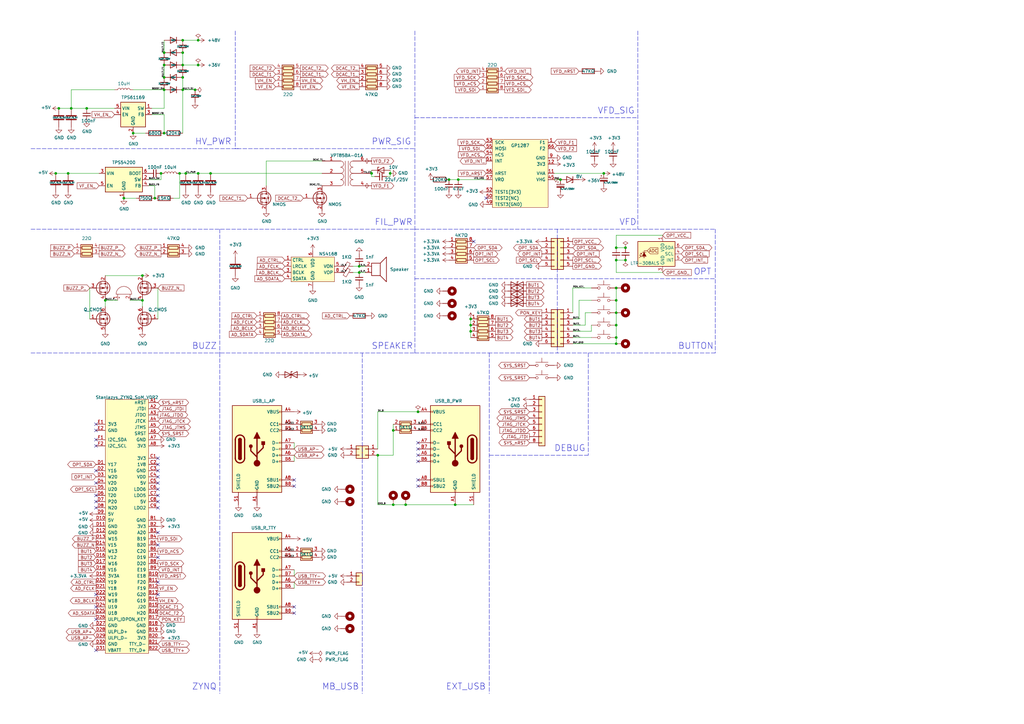
<source format=kicad_sch>
(kicad_sch (version 20211123) (generator eeschema)
  (paper "A3")
  (lib_symbols
    (symbol "Connector:USB_C_Receptacle_USB2.0" (pin_names (offset 1.016))
      (property "Reference" "J" (at -10.16 19.05 0))
      (property "Value" "USB_C_Receptacle_USB2.0" (at 19.05 19.05 0))
      (symbol "USB_C_Receptacle_USB2.0_1_1"
        (pin passive line (at 0 -22.86 90) (length 5.08) (name "GND") (number "A1"))
        (pin passive line (at 0 -22.86 90) (length 5.08) hide (name "GND") (number "A12"))
        (pin passive line (at 15.24 15.24 180) (length 5.08) (name "VBUS") (number "A4"))
        (pin bidirectional line (at 15.24 10.16 180) (length 5.08) (name "CC1") (number "A5"))
        (pin bidirectional line (at 15.24 -2.54 180) (length 5.08) (name "D+") (number "A6"))
        (pin bidirectional line (at 15.24 2.54 180) (length 5.08) (name "D-") (number "A7"))
        (pin bidirectional line (at 15.24 -12.7 180) (length 5.08) (name "SBU1") (number "A8"))
        (pin passive line (at 15.24 15.24 180) (length 5.08) hide (name "VBUS") (number "A9"))
        (pin passive line (at 0 -22.86 90) (length 5.08) hide (name "GND") (number "B1"))
        (pin passive line (at 0 -22.86 90) (length 5.08) hide (name "GND") (number "B12"))
        (pin passive line (at 15.24 15.24 180) (length 5.08) hide (name "VBUS") (number "B4"))
        (pin bidirectional line (at 15.24 7.62 180) (length 5.08) (name "CC2") (number "B5"))
        (pin bidirectional line (at 15.24 -5.08 180) (length 5.08) (name "D+") (number "B6"))
        (pin bidirectional line (at 15.24 0 180) (length 5.08) (name "D-") (number "B7"))
        (pin bidirectional line (at 15.24 -15.24 180) (length 5.08) (name "SBU2") (number "B8"))
        (pin passive line (at 15.24 15.24 180) (length 5.08) hide (name "VBUS") (number "B9"))
        (pin passive line (at -7.62 -22.86 90) (length 5.08) (name "SHIELD") (number "S1"))
      )
    )
    (symbol "Connector_Generic:Conn_01x02" (pin_names (offset 1.016) hide)
      (property "Reference" "J" (at 0 2.54 0))
      (property "Value" "Conn_01x02" (at 0 -5.08 0))
      (symbol "Conn_01x02_1_1"
        (pin passive line (at -5.08 0 0) (length 3.81) (name "Pin_1") (number "1"))
        (pin passive line (at -5.08 -2.54 0) (length 3.81) (name "Pin_2") (number "2"))
      )
    )
    (symbol "Connector_Generic:Conn_01x05" (pin_names (offset 1.016) hide)
      (property "Reference" "J" (at 0 7.62 0))
      (property "Value" "Conn_01x05" (at 0 -7.62 0))
      (symbol "Conn_01x05_1_1"
        (pin passive line (at -5.08 5.08 0) (length 3.81) (name "Pin_1") (number "1"))
        (pin passive line (at -5.08 2.54 0) (length 3.81) (name "Pin_2") (number "2"))
        (pin passive line (at -5.08 0 0) (length 3.81) (name "Pin_3") (number "3"))
        (pin passive line (at -5.08 -2.54 0) (length 3.81) (name "Pin_4") (number "4"))
        (pin passive line (at -5.08 -5.08 0) (length 3.81) (name "Pin_5") (number "5"))
      )
    )
    (symbol "Connector_Generic:Conn_01x06" (pin_names (offset 1.016) hide)
      (property "Reference" "J" (at 0 7.62 0))
      (property "Value" "Conn_01x06" (at 0 -10.16 0))
      (symbol "Conn_01x06_1_1"
        (pin passive line (at -5.08 5.08 0) (length 3.81) (name "Pin_1") (number "1"))
        (pin passive line (at -5.08 2.54 0) (length 3.81) (name "Pin_2") (number "2"))
        (pin passive line (at -5.08 0 0) (length 3.81) (name "Pin_3") (number "3"))
        (pin passive line (at -5.08 -2.54 0) (length 3.81) (name "Pin_4") (number "4"))
        (pin passive line (at -5.08 -5.08 0) (length 3.81) (name "Pin_5") (number "5"))
        (pin passive line (at -5.08 -7.62 0) (length 3.81) (name "Pin_6") (number "6"))
      )
    )
    (symbol "Connector_Generic:Conn_01x08" (pin_names (offset 1.016) hide)
      (property "Reference" "J" (at 0 10.16 0))
      (property "Value" "Conn_01x08" (at 0 -12.7 0))
      (symbol "Conn_01x08_1_1"
        (pin passive line (at -5.08 7.62 0) (length 3.81) (name "Pin_1") (number "1"))
        (pin passive line (at -5.08 5.08 0) (length 3.81) (name "Pin_2") (number "2"))
        (pin passive line (at -5.08 2.54 0) (length 3.81) (name "Pin_3") (number "3"))
        (pin passive line (at -5.08 0 0) (length 3.81) (name "Pin_4") (number "4"))
        (pin passive line (at -5.08 -2.54 0) (length 3.81) (name "Pin_5") (number "5"))
        (pin passive line (at -5.08 -5.08 0) (length 3.81) (name "Pin_6") (number "6"))
        (pin passive line (at -5.08 -7.62 0) (length 3.81) (name "Pin_7") (number "7"))
        (pin passive line (at -5.08 -10.16 0) (length 3.81) (name "Pin_8") (number "8"))
      )
    )
    (symbol "Device:Buzzer" (pin_names (offset 0.0254) hide)
      (property "Reference" "BZ" (at 3.81 1.27 0))
      (property "Value" "Buzzer" (at 3.81 -1.27 0))
      (symbol "Buzzer_1_1"
        (pin passive line (at -2.54 2.54 0) (length 2.54) (name "-") (number "1"))
        (pin passive line (at -2.54 -2.54 0) (length 2.54) (name "+") (number "2"))
      )
    )
    (symbol "Device:C" (pin_numbers hide) (pin_names (offset 0.254))
      (property "Reference" "C" (at 0.635 2.54 0))
      (property "Value" "C" (at 0.635 -2.54 0))
      (symbol "C_1_1"
        (pin passive line (at 0 3.81 270) (length 2.794) (name "~") (number "1"))
        (pin passive line (at 0 -3.81 90) (length 2.794) (name "~") (number "2"))
      )
    )
    (symbol "Device:C_Polarized_Small" (pin_numbers hide) (pin_names (offset 0.254) hide)
      (property "Reference" "C" (at 0.254 1.778 0))
      (property "Value" "C_Polarized_Small" (at 0.254 -2.032 0))
      (symbol "C_Polarized_Small_1_1"
        (pin passive line (at 0 2.54 270) (length 1.8542) (name "~") (number "1"))
        (pin passive line (at 0 -2.54 90) (length 1.8542) (name "~") (number "2"))
      )
    )
    (symbol "Device:C_Small" (pin_numbers hide) (pin_names (offset 0.254) hide)
      (property "Reference" "C" (at 0.254 1.778 0))
      (property "Value" "C_Small" (at 0.254 -2.032 0))
      (symbol "C_Small_1_1"
        (pin passive line (at 0 2.54 270) (length 2.032) (name "~") (number "1"))
        (pin passive line (at 0 -2.54 90) (length 2.032) (name "~") (number "2"))
      )
    )
    (symbol "Device:D" (pin_numbers hide) (pin_names (offset 1.016) hide)
      (property "Reference" "D" (at 0 2.54 0))
      (property "Value" "D" (at 0 -2.54 0))
      (symbol "D_1_1"
        (pin passive line (at -3.81 0 0) (length 2.54) (name "K") (number "1"))
        (pin passive line (at 3.81 0 180) (length 2.54) (name "A") (number "2"))
      )
    )
    (symbol "Device:D_TVS" (pin_numbers hide) (pin_names (offset 1.016) hide)
      (property "Reference" "D" (at 0 2.54 0))
      (property "Value" "D_TVS" (at 0 -2.54 0))
      (symbol "D_TVS_1_1"
        (pin passive line (at -3.81 0 0) (length 2.54) (name "A1") (number "1"))
        (pin passive line (at 3.81 0 180) (length 2.54) (name "A2") (number "2"))
      )
    )
    (symbol "Device:D_Zener" (pin_numbers hide) (pin_names (offset 1.016) hide)
      (property "Reference" "D" (at 0 2.54 0))
      (property "Value" "D_Zener" (at 0 -2.54 0))
      (symbol "D_Zener_1_1"
        (pin passive line (at -3.81 0 0) (length 2.54) (name "K") (number "1"))
        (pin passive line (at 3.81 0 180) (length 2.54) (name "A") (number "2"))
      )
    )
    (symbol "Device:FerriteBead_Small" (pin_numbers hide) (pin_names (offset 0))
      (property "Reference" "FB" (at 1.905 1.27 0))
      (property "Value" "FerriteBead_Small" (at 1.905 -1.27 0))
      (symbol "FerriteBead_Small_1_1"
        (pin passive line (at 0 2.54 270) (length 1.27) (name "~") (number "1"))
        (pin passive line (at 0 -2.54 90) (length 1.27) (name "~") (number "2"))
      )
    )
    (symbol "Device:L" (pin_numbers hide) (pin_names (offset 1.016) hide)
      (property "Reference" "L" (at -1.27 0 90))
      (property "Value" "L" (at 1.905 0 90))
      (symbol "L_1_1"
        (pin passive line (at 0 3.81 270) (length 1.27) (name "1") (number "1"))
        (pin passive line (at 0 -3.81 90) (length 1.27) (name "2") (number "2"))
      )
    )
    (symbol "Device:Q_NMOS_GSD" (pin_names (offset 0) hide)
      (property "Reference" "Q" (at 5.08 1.27 0))
      (property "Value" "Q_NMOS_GSD" (at 5.08 -1.27 0))
      (symbol "Q_NMOS_GSD_1_1"
        (pin input line (at -5.08 0 0) (length 2.54) (name "G") (number "1"))
        (pin passive line (at 2.54 -5.08 90) (length 2.54) (name "S") (number "2"))
        (pin passive line (at 2.54 5.08 270) (length 2.54) (name "D") (number "3"))
      )
    )
    (symbol "Device:R" (pin_numbers hide) (pin_names (offset 0))
      (property "Reference" "R" (at 2.032 0 90))
      (property "Value" "R" (at 0 0 90))
      (symbol "R_1_1"
        (pin passive line (at 0 3.81 270) (length 1.27) (name "~") (number "1"))
        (pin passive line (at 0 -3.81 90) (length 1.27) (name "~") (number "2"))
      )
    )
    (symbol "Device:R_Pack02" (pin_names (offset 0) hide)
      (property "Reference" "RN" (at -5.08 0 90))
      (property "Value" "R_Pack02" (at 2.54 0 90))
      (symbol "R_Pack02_1_1"
        (pin passive line (at -2.54 -5.08 90) (length 2.54) (name "R1.1") (number "1"))
        (pin passive line (at 0 -5.08 90) (length 2.54) (name "R2.1") (number "2"))
        (pin passive line (at 0 5.08 270) (length 2.54) (name "R2.2") (number "3"))
        (pin passive line (at -2.54 5.08 270) (length 2.54) (name "R1.2") (number "4"))
      )
    )
    (symbol "Device:R_Pack04" (pin_names (offset 0) hide)
      (property "Reference" "RN" (at -7.62 0 90))
      (property "Value" "R_Pack04" (at 5.08 0 90))
      (symbol "R_Pack04_1_1"
        (pin passive line (at -5.08 -5.08 90) (length 2.54) (name "R1.1") (number "1"))
        (pin passive line (at -2.54 -5.08 90) (length 2.54) (name "R2.1") (number "2"))
        (pin passive line (at 0 -5.08 90) (length 2.54) (name "R3.1") (number "3"))
        (pin passive line (at 2.54 -5.08 90) (length 2.54) (name "R4.1") (number "4"))
        (pin passive line (at 2.54 5.08 270) (length 2.54) (name "R4.2") (number "5"))
        (pin passive line (at 0 5.08 270) (length 2.54) (name "R3.2") (number "6"))
        (pin passive line (at -2.54 5.08 270) (length 2.54) (name "R2.2") (number "7"))
        (pin passive line (at -5.08 5.08 270) (length 2.54) (name "R1.2") (number "8"))
      )
    )
    (symbol "Device:Speaker" (pin_names (offset 0) hide)
      (property "Reference" "LS" (at 1.27 5.715 0))
      (property "Value" "Speaker" (at 1.27 3.81 0))
      (symbol "Speaker_1_1"
        (pin input line (at -5.08 0 0) (length 2.54) (name "1") (number "1"))
        (pin input line (at -5.08 -2.54 0) (length 2.54) (name "2") (number "2"))
      )
    )
    (symbol "Mechanical:MountingHole_Pad" (pin_numbers hide) (pin_names (offset 1.016) hide)
      (property "Reference" "H" (at 0 6.35 0))
      (property "Value" "MountingHole_Pad" (at 0 4.445 0))
      (symbol "MountingHole_Pad_1_1"
        (pin input line (at 0 -2.54 90) (length 2.54) (name "1") (number "1"))
      )
    )
    (symbol "Regulator_Switching:TPS54202DDC"
      (property "Reference" "U" (at -7.62 6.35 0))
      (property "Value" "TPS54202DDC" (at 0 6.35 0))
      (symbol "TPS54202DDC_1_1"
        (pin power_in line (at 0 -7.62 90) (length 2.54) (name "GND") (number "1"))
        (pin power_out line (at 10.16 0 180) (length 2.54) (name "SW") (number "2"))
        (pin power_in line (at -10.16 2.54 0) (length 2.54) (name "VIN") (number "3"))
        (pin input line (at 10.16 -2.54 180) (length 2.54) (name "FB") (number "4"))
        (pin input line (at -10.16 -2.54 0) (length 2.54) (name "EN") (number "5"))
        (pin passive line (at 10.16 2.54 180) (length 2.54) (name "BOOT") (number "6"))
      )
    )
    (symbol "Regulator_Switching:TPS61041DDC"
      (property "Reference" "U" (at -5.08 6.35 0))
      (property "Value" "TPS61041DDC" (at 0 6.35 0))
      (symbol "TPS61041DDC_1_1"
        (pin power_out line (at 7.62 2.54 180) (length 2.54) (name "SW") (number "1"))
        (pin power_in line (at 0 -7.62 90) (length 2.54) (name "GND") (number "2"))
        (pin input line (at 7.62 0 180) (length 2.54) (name "FB") (number "3"))
        (pin input line (at -7.62 0 0) (length 2.54) (name "EN") (number "4"))
        (pin power_in line (at -7.62 2.54 0) (length 2.54) (name "VIN") (number "5"))
      )
    )
    (symbol "Stanlazys:GP1287" (pin_names (offset 1.016))
      (property "Reference" "DS" (at 0 18.415 0))
      (property "Value" "GP1287" (at 0 16.1036 0))
      (symbol "GP1287_1_1"
        (pin power_in line (at 13.97 12.7 180) (length 2.54) (name "F1") (number "1"))
        (pin power_in line (at 13.97 6.35 180) (length 2.54) hide (name "GND") (number "10"))
        (pin power_in line (at 13.97 0 180) (length 2.54) (name "VHA") (number "11"))
        (pin power_in line (at 13.97 3.81 180) (length 2.54) (name "3V3") (number "12"))
        (pin no_connect line (at 11.43 -5.08 180) (length 2.54) hide (name "NC") (number "13"))
        (pin power_in line (at 13.97 12.7 180) (length 2.54) hide (name "F1") (number "2"))
        (pin power_in line (at 13.97 12.7 180) (length 2.54) hide (name "F1") (number "3"))
        (pin power_in line (at 13.97 12.7 180) (length 2.54) hide (name "F1") (number "4"))
        (pin no_connect line (at 11.43 -6.35 180) (length 2.54) hide (name "NC") (number "44"))
        (pin power_in line (at 13.97 -2.54 180) (length 2.54) (name "VHG") (number "45"))
        (pin no_connect line (at 11.43 -7.62 180) (length 2.54) hide (name "NC") (number "46"))
        (pin power_in line (at 13.97 6.35 180) (length 2.54) hide (name "GND") (number "47"))
        (pin no_connect line (at 11.43 -8.89 180) (length 2.54) hide (name "NC") (number "48"))
        (pin input line (at -13.97 -12.7 0) (length 2.54) (name "TEST3(GND)") (number "49"))
        (pin input line (at -13.97 -10.16 0) (length 2.54) (name "TEST2(NC)") (number "50"))
        (pin output line (at -13.97 5.08 0) (length 2.54) (name "INT") (number "51"))
        (pin input line (at -13.97 -7.62 0) (length 2.54) (name "TEST1(3V3)") (number "52"))
        (pin input line (at -13.97 12.7 0) (length 2.54) (name "SCK") (number "53"))
        (pin input line (at -13.97 7.62 0) (length 2.54) (name "nCS") (number "54"))
        (pin input line (at -13.97 10.16 0) (length 2.54) (name "MOSI") (number "55"))
        (pin input line (at -13.97 0 0) (length 2.54) (name "nRST") (number "56"))
        (pin input line (at -13.97 -2.54 0) (length 2.54) (name "VRO") (number "57"))
        (pin no_connect line (at 11.43 -10.16 180) (length 2.54) hide (name "NC") (number "58"))
        (pin no_connect line (at 11.43 -11.43 180) (length 2.54) hide (name "NC") (number "59"))
        (pin power_in line (at 13.97 3.81 180) (length 2.54) hide (name "3V3") (number "60"))
        (pin power_in line (at 13.97 6.35 180) (length 2.54) hide (name "GND") (number "61"))
        (pin power_in line (at 13.97 10.16 180) (length 2.54) (name "F2") (number "66"))
        (pin power_in line (at 13.97 10.16 180) (length 2.54) hide (name "F2") (number "67"))
        (pin power_in line (at 13.97 10.16 180) (length 2.54) hide (name "F2") (number "68"))
        (pin power_in line (at 13.97 10.16 180) (length 2.54) hide (name "F2") (number "69"))
        (pin power_in line (at 13.97 6.35 180) (length 2.54) (name "GND") (number "9"))
      )
    )
    (symbol "Stanlazys:LTR-308ALS"
      (property "Reference" "U" (at -5.08 8.89 0))
      (property "Value" "LTR-308ALS" (at -5.08 6.35 0))
      (symbol "LTR-308ALS_0_0"
        (text "ADC" (at -1.27 1.27 0) (effects (font (size 1.27 1.27))))
      )
      (symbol "LTR-308ALS_1_1"
        (pin power_in line (at 2.54 7.62 270) (length 2.54) (name "VDD") (number "1"))
        (pin no_connect line (at -6.35 2.54 0) (length 2.54) hide (name "NC") (number "2"))
        (pin power_in line (at 2.54 -7.62 90) (length 2.54) (name "GND") (number "3"))
        (pin input line (at 10.16 0 180) (length 2.54) (name "SCL") (number "4"))
        (pin open_collector line (at 10.16 -2.54 180) (length 2.54) (name "INT") (number "5"))
        (pin bidirectional line (at 10.16 2.54 180) (length 2.54) (name "SDA") (number "6"))
      )
    )
    (symbol "Stanlazys:NS4168"
      (property "Reference" "U" (at -7.62 6.35 0))
      (property "Value" "NS4168" (at 5.08 6.35 0))
      (symbol "NS4168_1_1"
        (pin input line (at -11.43 3.81 0) (length 2.54) (name "CTRL") (number "1"))
        (pin input line (at -11.43 1.27 0) (length 2.54) (name "LRCLK") (number "2"))
        (pin input line (at -11.43 -1.27 0) (length 2.54) (name "BCLK") (number "3"))
        (pin input line (at -11.43 -3.81 0) (length 2.54) (name "SDATA") (number "4"))
        (pin output line (at 11.43 1.27 180) (length 2.54) (name "VON") (number "5"))
        (pin power_in line (at 0 7.62 270) (length 2.54) (name "VDD") (number "6"))
        (pin power_in line (at 0 -7.62 90) (length 2.54) (name "GND") (number "7"))
        (pin output line (at 11.43 -1.27 180) (length 2.54) (name "VOP") (number "8"))
        (pin power_in line (at 0 -7.62 90) (length 2.54) hide (name "GND") (number "9"))
      )
    )
    (symbol "Stanlazys:Q_CMOS" (pin_names (offset 1.016) hide)
      (property "Reference" "Q" (at -6.35 1.27 0))
      (property "Value" "Q_CMOS" (at -6.35 -1.27 0))
      (symbol "Q_CMOS_1_1"
        (pin input line (at -5.08 -6.35 0) (length 2.54) (name "G1") (number "1"))
        (pin passive line (at 1.27 11.43 270) (length 2.54) (name "S2") (number "2"))
        (pin input line (at -5.08 6.35 0) (length 2.54) (name "G2") (number "3"))
        (pin passive line (at 1.27 1.27 90) (length 2.54) (name "D2") (number "4"))
        (pin passive line (at 1.27 -11.43 90) (length 2.54) (name "S1") (number "5"))
        (pin passive line (at 1.27 -1.27 270) (length 2.54) (name "D1") (number "6"))
      )
    )
    (symbol "Stanlazys:Stanlazys_ZYNQ_SoM_V0R2" (pin_names (offset 1.016))
      (property "Reference" "A" (at -11.43 50.8 0))
      (property "Value" "Stanlazys_ZYNQ_SoM_V0R2" (at 0 54.61 0))
      (symbol "Stanlazys_ZYNQ_SoM_V0R2_1_1"
        (pin bidirectional line (at 12.7 50.8 180) (length 3.81) (name "nRST") (number "A1"))
        (pin input line (at 12.7 48.26 180) (length 3.81) (name "JTDI") (number "A2"))
        (pin output line (at 12.7 45.72 180) (length 3.81) (name "JTDO") (number "A3"))
        (pin bidirectional line (at 12.7 43.18 180) (length 3.81) (name "JTCK") (number "A4"))
        (pin bidirectional line (at 12.7 40.64 180) (length 3.81) (name "JTMS") (number "A5"))
        (pin input line (at 12.7 38.1 180) (length 3.81) (name "SRST") (number "A6"))
        (pin power_in line (at 12.7 35.56 180) (length 3.81) (name "GND") (number "A7"))
        (pin power_out line (at 12.7 33.02 180) (length 3.81) (name "3V3") (number "A8"))
        (pin power_in line (at 12.7 2.54 180) (length 3.81) (name "GND") (number "B1"))
        (pin bidirectional line (at 12.7 -20.32 180) (length 3.81) (name "E18") (number "B10"))
        (pin bidirectional line (at 12.7 -22.86 180) (length 3.81) (name "F20") (number "B11"))
        (pin bidirectional line (at 12.7 -25.4 180) (length 3.81) (name "F19") (number "B12"))
        (pin bidirectional line (at 12.7 -27.94 180) (length 3.81) (name "G20") (number "B13"))
        (pin bidirectional line (at 12.7 -30.48 180) (length 3.81) (name "G19") (number "B14"))
        (pin bidirectional line (at 12.7 -33.02 180) (length 3.81) (name "J20") (number "B15"))
        (pin bidirectional line (at 12.7 -35.56 180) (length 3.81) (name "H20") (number "B16"))
        (pin input line (at 12.7 -38.1 180) (length 3.81) (name "PON_KEY") (number "B17"))
        (pin power_in line (at 12.7 -40.64 180) (length 3.81) (name "GND") (number "B18"))
        (pin power_in line (at 12.7 -43.18 180) (length 3.81) (name "GND") (number "B19"))
        (pin power_out line (at 12.7 0 180) (length 3.81) (name "3V3") (number "B2"))
        (pin power_out line (at 12.7 -45.72 180) (length 3.81) (name "3V3") (number "B20"))
        (pin bidirectional line (at 12.7 -48.26 180) (length 3.81) (name "TTY_D-") (number "B21"))
        (pin bidirectional line (at 12.7 -50.8 180) (length 3.81) (name "TTY_D+") (number "B22"))
        (pin bidirectional line (at 12.7 -2.54 180) (length 3.81) (name "A20") (number "B3"))
        (pin bidirectional line (at 12.7 -5.08 180) (length 3.81) (name "B19") (number "B4"))
        (pin bidirectional line (at 12.7 -7.62 180) (length 3.81) (name "B20") (number "B5"))
        (pin bidirectional line (at 12.7 -10.16 180) (length 3.81) (name "C20") (number "B6"))
        (pin bidirectional line (at 12.7 -12.7 180) (length 3.81) (name "D19") (number "B7"))
        (pin bidirectional line (at 12.7 -15.24 180) (length 3.81) (name "D20") (number "B8"))
        (pin bidirectional line (at 12.7 -17.78 180) (length 3.81) (name "E19") (number "B9"))
        (pin power_out line (at 12.7 27.94 180) (length 3.81) (name "3V3") (number "C1"))
        (pin power_out line (at 12.7 25.4 180) (length 3.81) (name "1V8") (number "C2"))
        (pin power_in line (at 12.7 22.86 180) (length 3.81) (name "GND") (number "C3"))
        (pin power_out line (at 12.7 20.32 180) (length 3.81) (name "VDD") (number "C4"))
        (pin power_in line (at 12.7 17.78 180) (length 3.81) (name "5V") (number "C5"))
        (pin power_out line (at 12.7 15.24 180) (length 3.81) (name "LDO6") (number "C6"))
        (pin power_out line (at 12.7 12.7 180) (length 3.81) (name "LDO5") (number "C7"))
        (pin power_in line (at 12.7 10.16 180) (length 3.81) (name "5V") (number "C8"))
        (pin power_out line (at 12.7 7.62 180) (length 3.81) (name "LDO2") (number "C9"))
        (pin bidirectional line (at -12.7 25.4 0) (length 3.81) (name "Y17") (number "D1"))
        (pin power_in line (at -12.7 2.54 0) (length 3.81) (name "5V") (number "D10"))
        (pin power_in line (at -12.7 0 0) (length 3.81) (name "GND") (number "D11"))
        (pin power_in line (at -12.7 -2.54 0) (length 3.81) (name "GND") (number "D12"))
        (pin bidirectional line (at -12.7 -5.08 0) (length 3.81) (name "W15") (number "D13"))
        (pin bidirectional line (at -12.7 -7.62 0) (length 3.81) (name "V15") (number "D14"))
        (pin bidirectional line (at -12.7 -10.16 0) (length 3.81) (name "W13") (number "D15"))
        (pin bidirectional line (at -12.7 -12.7 0) (length 3.81) (name "V12") (number "D16"))
        (pin bidirectional line (at -12.7 -15.24 0) (length 3.81) (name "W16") (number "D17"))
        (pin bidirectional line (at -12.7 -17.78 0) (length 3.81) (name "V16") (number "D18"))
        (pin power_out line (at -12.7 -20.32 0) (length 3.81) (name "3V3A") (number "D19"))
        (pin bidirectional line (at -12.7 22.86 0) (length 3.81) (name "Y16") (number "D2"))
        (pin bidirectional line (at -12.7 -22.86 0) (length 3.81) (name "Y19") (number "D20"))
        (pin bidirectional line (at -12.7 -25.4 0) (length 3.81) (name "Y18") (number "D21"))
        (pin bidirectional line (at -12.7 -27.94 0) (length 3.81) (name "W19") (number "D22"))
        (pin bidirectional line (at -12.7 -30.48 0) (length 3.81) (name "W18") (number "D23"))
        (pin bidirectional line (at -12.7 -33.02 0) (length 3.81) (name "U19") (number "D24"))
        (pin bidirectional line (at -12.7 -35.56 0) (length 3.81) (name "U18") (number "D25"))
        (pin input line (at -12.7 -38.1 0) (length 3.81) (name "ULPI_ID") (number "D26"))
        (pin power_in line (at -12.7 -40.64 0) (length 3.81) (name "GND") (number "D27"))
        (pin bidirectional line (at -12.7 -43.18 0) (length 3.81) (name "ULPI_D+") (number "D28"))
        (pin bidirectional line (at -12.7 -45.72 0) (length 3.81) (name "ULPI_D-") (number "D29"))
        (pin bidirectional line (at -12.7 20.32 0) (length 3.81) (name "W20") (number "D3"))
        (pin power_in line (at -12.7 -48.26 0) (length 3.81) (name "GND") (number "D30"))
        (pin power_out line (at -12.7 -50.8 0) (length 3.81) (name "VBATT") (number "D31"))
        (pin bidirectional line (at -12.7 17.78 0) (length 3.81) (name "V20") (number "D4"))
        (pin bidirectional line (at -12.7 15.24 0) (length 3.81) (name "U20") (number "D5"))
        (pin bidirectional line (at -12.7 12.7 0) (length 3.81) (name "T20") (number "D6"))
        (pin bidirectional line (at -12.7 10.16 0) (length 3.81) (name "P20") (number "D7"))
        (pin bidirectional line (at -12.7 7.62 0) (length 3.81) (name "N20") (number "D8"))
        (pin power_in line (at -12.7 5.08 0) (length 3.81) (name "5V") (number "D9"))
        (pin power_out line (at -12.7 41.91 0) (length 3.81) (name "3V3") (number "E1"))
        (pin power_in line (at -12.7 39.37 0) (length 3.81) (name "GND") (number "E2"))
        (pin bidirectional line (at -12.7 35.56 0) (length 3.81) (name "I2C_SDA") (number "F1"))
        (pin bidirectional line (at -12.7 33.02 0) (length 3.81) (name "I2C_SCL") (number "F2"))
      )
    )
    (symbol "Stanlazys:Transformer_SP_SS" (pin_names (offset 1.016) hide)
      (property "Reference" "T" (at 0 9.6774 0))
      (property "Value" "Transformer_SP_SS" (at 0 7.366 0))
      (symbol "Transformer_SP_SS_1_1"
        (pin passive line (at -10.16 5.08 0) (length 7.62) (name "PR1") (number "1"))
        (pin passive line (at -10.16 0 0) (length 7.62) (name "PM") (number "2"))
        (pin passive line (at -10.16 -5.08 0) (length 7.62) (name "PR2") (number "3"))
        (pin passive line (at 10.16 -5.08 180) (length 7.62) (name "S1") (number "4"))
        (pin passive line (at 10.16 0 180) (length 7.62) (name "S2") (number "5"))
        (pin passive line (at 10.16 5.08 180) (length 7.62) (name "S2") (number "6"))
      )
    )
    (symbol "Switch:SW_Push" (pin_numbers hide) (pin_names (offset 1.016) hide)
      (property "Reference" "SW" (at 1.27 2.54 0))
      (property "Value" "SW_Push" (at 0 -1.524 0))
      (symbol "SW_Push_0_1"
        (pin passive line (at -5.08 0 0) (length 2.54) (name "1") (number "1"))
        (pin passive line (at 5.08 0 180) (length 2.54) (name "2") (number "2"))
      )
    )
    (symbol "power:+3.3VA" (power) (pin_names (offset 0))
      (property "Value" "+3.3VA" (at 0 3.556 0))
      (symbol "+3.3VA_1_1"
        (pin power_in line (at 0 0 90) (length 0) hide (name "+3.3VA") (number "1"))
      )
    )
    (symbol "power:+36V" (power) (pin_names (offset 0))
      (property "Value" "+36V" (at 0 3.556 0))
      (symbol "+36V_1_1"
        (pin power_in line (at 0 0 90) (length 0) hide (name "+36V") (number "1"))
      )
    )
    (symbol "power:+3V3" (power) (pin_names (offset 0))
      (property "Value" "+3V3" (at 0 3.556 0))
      (symbol "+3V3_1_1"
        (pin power_in line (at 0 0 90) (length 0) hide (name "+3V3") (number "1"))
      )
    )
    (symbol "power:+48V" (power) (pin_names (offset 0))
      (property "Value" "+48V" (at 0 3.556 0))
      (symbol "+48V_1_1"
        (pin power_in line (at 0 0 90) (length 0) hide (name "+48V") (number "1"))
      )
    )
    (symbol "power:+5V" (power) (pin_names (offset 0))
      (property "Value" "+5V" (at 0 3.556 0))
      (symbol "+5V_1_1"
        (pin power_in line (at 0 0 90) (length 0) hide (name "+5V") (number "1"))
      )
    )
    (symbol "power:GND" (power) (pin_names (offset 0))
      (property "Value" "GND" (at 0 -3.81 0))
      (symbol "GND_1_1"
        (pin power_in line (at 0 0 270) (length 0) hide (name "GND") (number "1"))
      )
    )
    (symbol "power:PWR_FLAG" (power) (pin_numbers hide) (pin_names (offset 0) hide)
      (property "Value" "PWR_FLAG" (at 0 3.81 0))
      (symbol "PWR_FLAG_0_0"
        (pin power_out line (at 0 0 90) (length 0) (name "pwr") (number "1"))
      )
    )
  )
  (junction (at 67.31 31.75))
  (junction (at 252.73 106.68))
  (junction (at 76.2 71.12))
  (junction (at 252.73 123.19))
  (junction (at 22.86 71.12))
  (junction (at 74.93 31.75))
  (junction (at 247.65 71.12))
  (junction (at 252.73 138.43))
  (junction (at 161.29 176.53))
  (junction (at 256.54 106.68))
  (junction (at 67.31 21.59))
  (junction (at 35.56 44.45))
  (junction (at 256.54 101.6))
  (junction (at 152.4 71.12))
  (junction (at 58.42 113.03))
  (junction (at 193.04 133.35))
  (junction (at 81.28 71.12))
  (junction (at 58.42 123.19))
  (junction (at 43.18 123.19))
  (junction (at 166.37 207.01))
  (junction (at 252.73 101.6))
  (junction (at 86.36 71.12))
  (junction (at 74.93 16.51))
  (junction (at 50.8 81.28))
  (junction (at 184.15 73.66))
  (junction (at 81.28 16.51))
  (junction (at 154.94 186.69))
  (junction (at 54.61 54.61))
  (junction (at 147.32 111.76))
  (junction (at 24.13 44.45))
  (junction (at 171.45 168.91))
  (junction (at 147.32 109.22))
  (junction (at 186.69 207.01))
  (junction (at 193.04 135.89))
  (junction (at 252.73 140.97))
  (junction (at 187.96 73.66))
  (junction (at 161.29 207.01))
  (junction (at 29.21 44.45))
  (junction (at 67.31 36.83))
  (junction (at 67.31 54.61))
  (junction (at 73.66 71.12))
  (junction (at 67.31 26.67))
  (junction (at 80.01 36.83))
  (junction (at 252.73 133.35))
  (junction (at 66.04 71.12))
  (junction (at 160.02 71.12))
  (junction (at 193.04 130.81))
  (junction (at 252.73 128.27))
  (junction (at 74.93 21.59))
  (junction (at 74.93 36.83))
  (junction (at 81.28 26.67))
  (junction (at 63.5 81.28))
  (junction (at 27.94 71.12))
  (junction (at 74.93 26.67))
  (junction (at 229.87 73.66))
  (junction (at 252.73 118.11))
  (no_connect (at 39.37 193.04))
  (no_connect (at 39.37 198.12))
  (no_connect (at 199.39 81.28))
  (no_connect (at 120.65 199.39))
  (no_connect (at 39.37 180.34))
  (no_connect (at 39.37 182.88))
  (no_connect (at 39.37 173.99))
  (no_connect (at 39.37 176.53))
  (no_connect (at 194.31 99.06))
  (no_connect (at 171.45 186.69))
  (no_connect (at 64.77 228.6))
  (no_connect (at 64.77 223.52))
  (no_connect (at 64.77 243.84))
  (no_connect (at 64.77 218.44))
  (no_connect (at 39.37 205.74))
  (no_connect (at 171.45 189.23))
  (no_connect (at 120.65 251.46))
  (no_connect (at 171.45 196.85))
  (no_connect (at 39.37 266.7))
  (no_connect (at 39.37 254))
  (no_connect (at 120.65 196.85))
  (no_connect (at 39.37 208.28))
  (no_connect (at 64.77 238.76))
  (no_connect (at 39.37 248.92))
  (no_connect (at 39.37 243.84))
  (no_connect (at 171.45 184.15))
  (no_connect (at 64.77 187.96))
  (no_connect (at 64.77 190.5))
  (no_connect (at 64.77 193.04))
  (no_connect (at 64.77 195.58))
  (no_connect (at 39.37 203.2))
  (no_connect (at 64.77 208.28))
  (no_connect (at 64.77 205.74))
  (no_connect (at 64.77 203.2))
  (no_connect (at 64.77 200.66))
  (no_connect (at 64.77 198.12))
  (no_connect (at 171.45 181.61))
  (no_connect (at 120.65 248.92))
  (no_connect (at 171.45 199.39))
  (wire (pts (xy 55.88 81.28) (xy 50.8 81.28)))
  (wire (pts (xy 74.93 36.83) (xy 74.93 54.61)))
  (polyline (pts (xy 12.7 144.78) (xy 170.18 144.78)))
  (wire (pts (xy 252.73 96.52) (xy 252.73 101.6)))
  (wire (pts (xy 237.49 123.19) (xy 242.57 123.19)))
  (wire (pts (xy 193.04 135.89) (xy 193.04 138.43)))
  (wire (pts (xy 109.22 66.04) (xy 109.22 76.2)))
  (wire (pts (xy 36.83 118.11) (xy 36.83 130.81)))
  (polyline (pts (xy 170.18 114.3) (xy 293.37 114.3)))
  (wire (pts (xy 67.31 31.75) (xy 67.31 26.67)))
  (wire (pts (xy 35.56 44.45) (xy 46.99 44.45)))
  (wire (pts (xy 160.02 72.39) (xy 160.02 71.12)))
  (wire (pts (xy 237.49 130.81) (xy 237.49 123.19)))
  (wire (pts (xy 252.73 128.27) (xy 252.73 133.35)))
  (wire (pts (xy 187.96 73.66) (xy 184.15 73.66)))
  (wire (pts (xy 152.4 72.39) (xy 153.67 72.39)))
  (polyline (pts (xy 261.62 12.7) (xy 261.62 93.98)))
  (polyline (pts (xy 241.3 144.78) (xy 241.3 186.69)))
  (wire (pts (xy 74.93 36.83) (xy 74.93 31.75)))
  (wire (pts (xy 86.36 71.12) (xy 132.08 71.12)))
  (polyline (pts (xy 293.37 93.98) (xy 293.37 144.78)))
  (wire (pts (xy 58.42 123.19) (xy 58.42 125.73)))
  (wire (pts (xy 43.18 113.03) (xy 58.42 113.03)))
  (wire (pts (xy 64.77 118.11) (xy 64.77 130.81)))
  (polyline (pts (xy 96.52 12.7) (xy 96.52 60.96)))
  (polyline (pts (xy 170.18 12.7) (xy 170.18 93.98)))
  (wire (pts (xy 120.65 184.15) (xy 120.65 181.61)))
  (wire (pts (xy 171.45 168.91) (xy 154.94 168.91)))
  (wire (pts (xy 252.73 101.6) (xy 256.54 101.6)))
  (polyline (pts (xy 261.62 93.98) (xy 293.37 93.98)))
  (wire (pts (xy 161.29 207.01) (xy 166.37 207.01)))
  (polyline (pts (xy 170.18 144.78) (xy 200.66 144.78)))
  (wire (pts (xy 161.29 176.53) (xy 161.29 186.69)))
  (polyline (pts (xy 200.66 144.78) (xy 200.66 284.48)))
  (polyline (pts (xy 12.7 93.98) (xy 170.18 93.98)))
  (wire (pts (xy 54.61 36.83) (xy 67.31 36.83)))
  (wire (pts (xy 74.93 21.59) (xy 74.93 26.67)))
  (wire (pts (xy 234.95 128.27) (xy 234.95 118.11)))
  (wire (pts (xy 60.96 73.66) (xy 66.04 73.66)))
  (wire (pts (xy 234.95 130.81) (xy 237.49 130.81)))
  (polyline (pts (xy 170.18 144.78) (xy 170.18 93.98)))
  (wire (pts (xy 154.94 168.91) (xy 154.94 184.15)))
  (wire (pts (xy 252.73 118.11) (xy 252.73 123.19)))
  (wire (pts (xy 74.93 36.83) (xy 80.01 36.83)))
  (wire (pts (xy 252.73 123.19) (xy 252.73 128.27)))
  (wire (pts (xy 66.04 73.66) (xy 66.04 71.12)))
  (wire (pts (xy 53.34 123.19) (xy 58.42 123.19)))
  (wire (pts (xy 43.18 123.19) (xy 48.26 123.19)))
  (wire (pts (xy 234.95 118.11) (xy 242.57 118.11)))
  (wire (pts (xy 43.18 123.19) (xy 43.18 125.73)))
  (wire (pts (xy 74.93 16.51) (xy 81.28 16.51)))
  (wire (pts (xy 199.39 73.66) (xy 187.96 73.66)))
  (polyline (pts (xy 293.37 144.78) (xy 200.66 144.78)))
  (wire (pts (xy 252.73 140.97) (xy 234.95 140.97)))
  (wire (pts (xy 240.03 128.27) (xy 242.57 128.27)))
  (wire (pts (xy 63.5 76.2) (xy 63.5 81.28)))
  (wire (pts (xy 242.57 135.89) (xy 242.57 133.35)))
  (wire (pts (xy 120.65 236.22) (xy 120.65 233.68)))
  (wire (pts (xy 67.31 46.99) (xy 67.31 54.61)))
  (wire (pts (xy 76.2 71.12) (xy 73.66 71.12)))
  (wire (pts (xy 234.95 135.89) (xy 242.57 135.89)))
  (wire (pts (xy 252.73 106.68) (xy 256.54 106.68)))
  (wire (pts (xy 74.93 26.67) (xy 81.28 26.67)))
  (wire (pts (xy 252.73 138.43) (xy 252.73 140.97)))
  (wire (pts (xy 252.73 111.76) (xy 271.78 111.76)))
  (wire (pts (xy 67.31 44.45) (xy 67.31 36.83)))
  (wire (pts (xy 227.33 71.12) (xy 247.65 71.12)))
  (wire (pts (xy 81.28 71.12) (xy 86.36 71.12)))
  (polyline (pts (xy 148.59 144.78) (xy 148.59 284.48)))
  (wire (pts (xy 29.21 44.45) (xy 35.56 44.45)))
  (wire (pts (xy 193.04 133.35) (xy 193.04 135.89)))
  (wire (pts (xy 29.21 44.45) (xy 29.21 36.83)))
  (wire (pts (xy 234.95 133.35) (xy 240.03 133.35)))
  (wire (pts (xy 62.23 44.45) (xy 67.31 44.45)))
  (wire (pts (xy 147.32 111.76) (xy 149.86 111.76)))
  (wire (pts (xy 144.78 109.22) (xy 147.32 109.22)))
  (wire (pts (xy 152.4 71.12) (xy 152.4 72.39)))
  (wire (pts (xy 27.94 71.12) (xy 40.64 71.12)))
  (polyline (pts (xy 96.52 60.96) (xy 97.79 60.96)))
  (wire (pts (xy 240.03 133.35) (xy 240.03 128.27)))
  (wire (pts (xy 144.78 111.76) (xy 147.32 111.76)))
  (polyline (pts (xy 12.7 60.96) (xy 170.18 60.96)))
  (wire (pts (xy 154.94 207.01) (xy 154.94 186.69)))
  (polyline (pts (xy 241.3 186.69) (xy 200.66 186.69)))
  (wire (pts (xy 29.21 36.83) (xy 46.99 36.83)))
  (wire (pts (xy 120.65 186.69) (xy 120.65 189.23)))
  (polyline (pts (xy 90.17 93.98) (xy 90.17 144.78)))
  (wire (pts (xy 22.86 71.12) (xy 27.94 71.12)))
  (wire (pts (xy 152.4 71.12) (xy 152.4 69.85)))
  (wire (pts (xy 158.75 72.39) (xy 160.02 72.39)))
  (wire (pts (xy 76.2 71.12) (xy 81.28 71.12)))
  (wire (pts (xy 161.29 173.99) (xy 161.29 176.53)))
  (wire (pts (xy 252.73 133.35) (xy 252.73 138.43)))
  (wire (pts (xy 166.37 207.01) (xy 186.69 207.01)))
  (wire (pts (xy 147.32 109.22) (xy 149.86 109.22)))
  (polyline (pts (xy 170.18 93.98) (xy 261.62 93.98)))
  (wire (pts (xy 73.66 81.28) (xy 73.66 71.12)))
  (wire (pts (xy 132.08 66.04) (xy 109.22 66.04)))
  (wire (pts (xy 59.69 54.61) (xy 54.61 54.61)))
  (polyline (pts (xy 90.17 144.78) (xy 90.17 284.48)))
  (wire (pts (xy 271.78 96.52) (xy 252.73 96.52)))
  (wire (pts (xy 161.29 186.69) (xy 154.94 186.69)))
  (wire (pts (xy 62.23 46.99) (xy 67.31 46.99)))
  (wire (pts (xy 71.12 81.28) (xy 73.66 81.28)))
  (polyline (pts (xy 228.6 93.98) (xy 228.6 144.78)))
  (wire (pts (xy 229.87 73.66) (xy 227.33 73.66)))
  (wire (pts (xy 160.02 71.12) (xy 160.02 69.85)))
  (wire (pts (xy 194.31 207.01) (xy 186.69 207.01)))
  (wire (pts (xy 193.04 130.81) (xy 193.04 133.35)))
  (wire (pts (xy 252.73 106.68) (xy 252.73 111.76)))
  (wire (pts (xy 60.96 76.2) (xy 63.5 76.2)))
  (wire (pts (xy 120.65 238.76) (xy 120.65 241.3)))
  (wire (pts (xy 24.13 44.45) (xy 29.21 44.45)))
  (polyline (pts (xy 170.18 48.26) (xy 261.62 48.26)))
  (wire (pts (xy 234.95 138.43) (xy 242.57 138.43)))
  (wire (pts (xy 67.31 16.51) (xy 67.31 21.59)))
  (wire (pts (xy 154.94 207.01) (xy 161.29 207.01)))
  (text "SPEAKER" (at 152.4 143.51 0) (effects (font (size 2.54 2.54)) (justify left bottom)))
  (text "BUZZ" (at 78.74 143.51 0) (effects (font (size 2.54 2.54)) (justify left bottom)))
  (text "ZYNQ" (at 78.74 283.21 0) (effects (font (size 2.54 2.54)) (justify left bottom)))
  (text "DEBUG" (at 227.33 185.42 0) (effects (font (size 2.54 2.54)) (justify left bottom)))
  (text "VFD" (at 254 92.71 0) (effects (font (size 2.54 2.54)) (justify left bottom)))
  (text "EXT_USB" (at 182.88 283.21 0) (effects (font (size 2.54 2.54)) (justify left bottom)))
  (text "PWR_SIG" (at 152.4 59.69 0) (effects (font (size 2.54 2.54)) (justify left bottom)))
  (text "HV_PWR" (at 80.01 59.69 0) (effects (font (size 2.54 2.54)) (justify left bottom)))
  (text "OPT" (at 284.48 113.03 0) (effects (font (size 2.54 2.54)) (justify left bottom)))
  (text "MB_USB" (at 132.08 283.21 0) (effects (font (size 2.54 2.54)) (justify left bottom)))
  (text "FIL_PWR" (at 153.67 92.71 0) (effects (font (size 2.54 2.54)) (justify left bottom)))
  (text "VFD_SIG" (at 245.11 46.99 0) (effects (font (size 2.54 2.54)) (justify left bottom)))
  (text "BUTTON" (at 278.13 143.51 0) (effects (font (size 2.54 2.54)) (justify left bottom)))
  (label "AP_CC2" (at 120.65 176.53 180) (effects (font (size 0.635 0.635))))
  (label "DCAC_T1__" (at 128.27 66.04 0) (effects (font (size 0.635 0.635))))
  (label "B_CC2" (at 171.45 176.53 0) (effects (font (size 0.635 0.635))))
  (label "BUCK_FB" (at 60.96 76.2 0) (effects (font (size 0.635 0.635))))
  (label "BUT_GND" (at 234.95 140.97 0) (effects (font (size 0.635 0.635))))
  (label "BUT3_" (at 234.95 135.89 0) (effects (font (size 0.635 0.635))))
  (label "BUT4_" (at 234.95 138.43 0) (effects (font (size 0.635 0.635))))
  (label "PON_KEY_" (at 234.95 118.11 0) (effects (font (size 0.635 0.635))))
  (label "5V_B" (at 154.94 168.91 0) (effects (font (size 0.635 0.635))))
  (label "TTY_CC1" (at 120.65 226.06 180) (effects (font (size 0.635 0.635))))
  (label "MULTI_S1" (at 74.93 36.83 0) (effects (font (size 0.635 0.635))))
  (label "MULTI_F1" (at 67.31 31.75 90) (effects (font (size 0.635 0.635))))
  (label "LS_N_" (at 147.32 109.22 0) (effects (font (size 0.635 0.635))))
  (label "LS_N" (at 139.7 109.22 0) (effects (font (size 0.635 0.635))))
  (label "DCAC_T2__" (at 132.08 76.2 180) (effects (font (size 0.635 0.635))))
  (label "BUCK_SW" (at 60.96 73.66 0) (effects (font (size 0.635 0.635))))
  (label "BUT1_" (at 234.95 130.81 0) (effects (font (size 0.635 0.635))))
  (label "BOOST_FB" (at 62.23 46.99 0) (effects (font (size 0.635 0.635))))
  (label "BUZZ_N__" (at 53.34 123.19 0) (effects (font (size 0.635 0.635))))
  (label "FIL_EK" (at 152.4 71.12 180) (effects (font (size 0.635 0.635))))
  (label "BOOST_SW" (at 67.31 36.83 180) (effects (font (size 0.635 0.635))))
  (label "LS_P_" (at 147.32 111.76 0) (effects (font (size 0.635 0.635))))
  (label "BUT2_" (at 235.0316 133.35 0) (effects (font (size 0.635 0.635))))
  (label "FIL_PWR" (at 76.2 71.12 0) (effects (font (size 0.635 0.635))))
  (label "GND_B" (at 154.94 207.01 0) (effects (font (size 0.635 0.635))))
  (label "AP_CC1" (at 120.65 173.99 180) (effects (font (size 0.635 0.635))))
  (label "MULTI_F2" (at 67.31 21.59 90) (effects (font (size 0.635 0.635))))
  (label "VHG_" (at 229.87 73.66 180) (effects (font (size 0.635 0.635))))
  (label "BUZZ_P__" (at 43.18 123.19 0) (effects (font (size 0.635 0.635))))
  (label "VFD_VRO" (at 194.31 73.66 0) (effects (font (size 0.635 0.635))))
  (label "LS_P" (at 139.7 111.76 0) (effects (font (size 0.635 0.635))))
  (label "TTY_CC2" (at 120.65 228.6 180) (effects (font (size 0.635 0.635))))
  (label "B_CC1" (at 171.45 173.99 0) (effects (font (size 0.635 0.635))))
  (global_label "VH_EN_" (shape output) (at 123.19 33.02 0) (property "Intersheet References" "${INTERSHEET_REFS}" (effects hide)))
  (global_label "OPT_VCC_" (shape input) (at 271.78 96.52 0) (property "Intersheet References" "${INTERSHEET_REFS}" (effects hide)))
  (global_label "JTAG_JTDO" (shape output) (at 64.77 170.18 0) (property "Intersheet References" "${INTERSHEET_REFS}" (effects hide)))
  (global_label "VFD_SCK_" (shape input) (at 199.39 58.42 180) (property "Intersheet References" "${INTERSHEET_REFS}" (effects hide)))
  (global_label "BUT3" (shape output) (at 222.25 135.89 180) (property "Intersheet References" "${INTERSHEET_REFS}" (effects hide)))
  (global_label "OPT_INT" (shape input) (at 39.37 195.58 180) (property "Intersheet References" "${INTERSHEET_REFS}" (effects hide)))
  (global_label "JTAG_JTDO" (shape input) (at 217.17 176.53 180) (property "Intersheet References" "${INTERSHEET_REFS}" (effects hide)))
  (global_label "AD_CTRL" (shape input) (at 105.41 129.54 180) (property "Intersheet References" "${INTERSHEET_REFS}" (effects hide)))
  (global_label "OPT_GND_" (shape input) (at 271.78 111.76 0) (property "Intersheet References" "${INTERSHEET_REFS}" (effects hide)))
  (global_label "SYS_nRST" (shape bidirectional) (at 64.77 165.1 0) (property "Intersheet References" "${INTERSHEET_REFS}" (effects hide)))
  (global_label "OPT_GND_" (shape output) (at 234.95 109.22 0) (property "Intersheet References" "${INTERSHEET_REFS}" (effects hide)))
  (global_label "BUT4" (shape output) (at 222.25 138.43 180) (property "Intersheet References" "${INTERSHEET_REFS}" (effects hide)))
  (global_label "DCAC_T2" (shape output) (at 64.77 251.46 0) (property "Intersheet References" "${INTERSHEET_REFS}" (effects hide)))
  (global_label "BUT1" (shape input) (at 39.37 226.06 180) (property "Intersheet References" "${INTERSHEET_REFS}" (effects hide)))
  (global_label "DCAC_T2" (shape input) (at 113.03 27.94 180) (property "Intersheet References" "${INTERSHEET_REFS}" (effects hide)))
  (global_label "BUZZ_P_" (shape output) (at 40.64 101.6 0) (property "Intersheet References" "${INTERSHEET_REFS}" (effects hide)))
  (global_label "VFD_F2" (shape input) (at 227.33 60.96 0) (property "Intersheet References" "${INTERSHEET_REFS}" (effects hide)))
  (global_label "DCAC_T2_" (shape output) (at 123.19 27.94 0) (property "Intersheet References" "${INTERSHEET_REFS}" (effects hide)))
  (global_label "BUZZ_P" (shape output) (at 39.37 220.98 180) (property "Intersheet References" "${INTERSHEET_REFS}" (effects hide)))
  (global_label "AD_FCLK" (shape output) (at 39.37 241.3 180) (property "Intersheet References" "${INTERSHEET_REFS}" (effects hide)))
  (global_label "VFD_F2" (shape output) (at 152.4 66.04 0) (property "Intersheet References" "${INTERSHEET_REFS}" (effects hide)))
  (global_label "VFD_INT_" (shape input) (at 207.01 29.21 0) (property "Intersheet References" "${INTERSHEET_REFS}" (effects hide)))
  (global_label "USB_TTY+" (shape bidirectional) (at 64.77 266.7 0) (property "Intersheet References" "${INTERSHEET_REFS}" (effects hide)))
  (global_label "OPT_SDA" (shape bidirectional) (at 222.25 101.6 180) (property "Intersheet References" "${INTERSHEET_REFS}" (effects hide)))
  (global_label "VH_EN" (shape output) (at 64.77 246.38 0) (property "Intersheet References" "${INTERSHEET_REFS}" (effects hide)))
  (global_label "BUT3" (shape input) (at 39.37 231.14 180) (property "Intersheet References" "${INTERSHEET_REFS}" (effects hide)))
  (global_label "VF_EN_" (shape input) (at 40.64 76.2 180) (property "Intersheet References" "${INTERSHEET_REFS}" (effects hide)))
  (global_label "AD_CTRL_" (shape input) (at 143.51 129.54 180) (property "Intersheet References" "${INTERSHEET_REFS}" (effects hide)))
  (global_label "USB_AP+" (shape bidirectional) (at 120.65 186.69 0) (property "Intersheet References" "${INTERSHEET_REFS}" (effects hide)))
  (global_label "VH_EN" (shape input) (at 113.03 33.02 180) (property "Intersheet References" "${INTERSHEET_REFS}" (effects hide)))
  (global_label "USB_TTY-" (shape bidirectional) (at 120.65 236.22 0) (property "Intersheet References" "${INTERSHEET_REFS}" (effects hide)))
  (global_label "BUZZ_N" (shape input) (at 30.48 104.14 180) (property "Intersheet References" "${INTERSHEET_REFS}" (effects hide)))
  (global_label "JTAG_JTDI" (shape output) (at 217.17 179.07 180) (property "Intersheet References" "${INTERSHEET_REFS}" (effects hide)))
  (global_label "AD_FCLK_" (shape output) (at 115.57 132.08 0) (property "Intersheet References" "${INTERSHEET_REFS}" (effects hide)))
  (global_label "PON_KEY" (shape output) (at 222.25 128.27 180) (property "Intersheet References" "${INTERSHEET_REFS}" (effects hide)))
  (global_label "DCAC_T1" (shape input) (at 113.03 30.48 180) (property "Intersheet References" "${INTERSHEET_REFS}" (effects hide)))
  (global_label "BUT3" (shape output) (at 203.2 135.89 0) (property "Intersheet References" "${INTERSHEET_REFS}" (effects hide)))
  (global_label "VF_EN_" (shape output) (at 123.19 35.56 0) (property "Intersheet References" "${INTERSHEET_REFS}" (effects hide)))
  (global_label "BUT2" (shape output) (at 215.9 119.38 0) (property "Intersheet References" "${INTERSHEET_REFS}" (effects hide)))
  (global_label "VFD_INT_" (shape output) (at 199.39 66.04 180) (property "Intersheet References" "${INTERSHEET_REFS}" (effects hide)))
  (global_label "JTAG_JTMS" (shape bidirectional) (at 217.17 171.45 180) (property "Intersheet References" "${INTERSHEET_REFS}" (effects hide)))
  (global_label "OPT_VCC_" (shape output) (at 234.95 99.06 0) (property "Intersheet References" "${INTERSHEET_REFS}" (effects hide)))
  (global_label "BUT1" (shape output) (at 215.9 116.84 0) (property "Intersheet References" "${INTERSHEET_REFS}" (effects hide)))
  (global_label "OPT_SCL" (shape input) (at 222.25 106.68 180) (property "Intersheet References" "${INTERSHEET_REFS}" (effects hide)))
  (global_label "BUZZ_N_" (shape output) (at 66.04 104.14 180) (property "Intersheet References" "${INTERSHEET_REFS}" (effects hide)))
  (global_label "VF_EN_" (shape output) (at 147.32 35.56 180) (property "Intersheet References" "${INTERSHEET_REFS}" (effects hide)))
  (global_label "OPT_INT_" (shape input) (at 234.95 104.14 0) (property "Intersheet References" "${INTERSHEET_REFS}" (effects hide)))
  (global_label "VFD_nRST" (shape input) (at 199.39 71.12 180) (property "Intersheet References" "${INTERSHEET_REFS}" (effects hide)))
  (global_label "OPT_SDA_" (shape bidirectional) (at 234.95 101.6 0) (property "Intersheet References" "${INTERSHEET_REFS}" (effects hide)))
  (global_label "USB_AP+" (shape bidirectional) (at 39.37 259.08 180) (property "Intersheet References" "${INTERSHEET_REFS}" (effects hide)))
  (global_label "BUT2" (shape output) (at 222.25 133.35 180) (property "Intersheet References" "${INTERSHEET_REFS}" (effects hide)))
  (global_label "BUZZ_P_" (shape output) (at 66.04 101.6 180) (property "Intersheet References" "${INTERSHEET_REFS}" (effects hide)))
  (global_label "DCAC_T1" (shape output) (at 64.77 248.92 0) (property "Intersheet References" "${INTERSHEET_REFS}" (effects hide)))
  (global_label "VFD_nCS" (shape output) (at 64.77 226.06 0) (property "Intersheet References" "${INTERSHEET_REFS}" (effects hide)))
  (global_label "AD_BCLK_" (shape input) (at 116.84 111.76 180) (property "Intersheet References" "${INTERSHEET_REFS}" (effects hide)))
  (global_label "AD_SDATA" (shape input) (at 105.41 137.16 180) (property "Intersheet References" "${INTERSHEET_REFS}" (effects hide)))
  (global_label "VFD_INT" (shape output) (at 196.85 29.21 180) (property "Intersheet References" "${INTERSHEET_REFS}" (effects hide)))
  (global_label "BUT4" (shape input) (at 39.37 233.68 180) (property "Intersheet References" "${INTERSHEET_REFS}" (effects hide)))
  (global_label "VFD_nRST" (shape output) (at 64.77 236.22 0) (property "Intersheet References" "${INTERSHEET_REFS}" (effects hide)))
  (global_label "AD_BCLK" (shape input) (at 105.41 134.62 180) (property "Intersheet References" "${INTERSHEET_REFS}" (effects hide)))
  (global_label "BUZZ_P_" (shape input) (at 36.83 118.11 180) (property "Intersheet References" "${INTERSHEET_REFS}" (effects hide)))
  (global_label "AD_CTRL_" (shape output) (at 115.57 129.54 0) (property "Intersheet References" "${INTERSHEET_REFS}" (effects hide)))
  (global_label "AD_BCLK_" (shape output) (at 115.57 134.62 0) (property "Intersheet References" "${INTERSHEET_REFS}" (effects hide)))
  (global_label "VFD_SCK_" (shape output) (at 207.01 31.75 0) (property "Intersheet References" "${INTERSHEET_REFS}" (effects hide)))
  (global_label "VFD_nCS_" (shape input) (at 199.39 63.5 180) (property "Intersheet References" "${INTERSHEET_REFS}" (effects hide)))
  (global_label "OPT_SCL_" (shape output) (at 234.95 106.68 0) (property "Intersheet References" "${INTERSHEET_REFS}" (effects hide)))
  (global_label "VFD_F1" (shape output) (at 152.4 76.2 0) (property "Intersheet References" "${INTERSHEET_REFS}" (effects hide)))
  (global_label "AD_CTRL_" (shape input) (at 116.84 106.68 180) (property "Intersheet References" "${INTERSHEET_REFS}" (effects hide)))
  (global_label "BUZZ_N_" (shape output) (at 40.64 104.14 0) (property "Intersheet References" "${INTERSHEET_REFS}" (effects hide)))
  (global_label "VFD_nRST" (shape input) (at 237.49 29.21 180) (property "Intersheet References" "${INTERSHEET_REFS}" (effects hide)))
  (global_label "JTAG_JTCK" (shape bidirectional) (at 217.17 173.99 180) (property "Intersheet References" "${INTERSHEET_REFS}" (effects hide)))
  (global_label "BUT1" (shape output) (at 222.25 130.81 180) (property "Intersheet References" "${INTERSHEET_REFS}" (effects hide)))
  (global_label "AD_SDATA_" (shape input) (at 116.84 114.3 180) (property "Intersheet References" "${INTERSHEET_REFS}" (effects hide)))
  (global_label "OPT_SDA_" (shape bidirectional) (at 279.4 101.6 0) (property "Intersheet References" "${INTERSHEET_REFS}" (effects hide)))
  (global_label "AD_SDATA_" (shape output) (at 115.57 137.16 0) (property "Intersheet References" "${INTERSHEET_REFS}" (effects hide)))
  (global_label "JTAG_JTDI" (shape input) (at 64.77 167.64 0) (property "Intersheet References" "${INTERSHEET_REFS}" (effects hide)))
  (global_label "USB_TTY+" (shape bidirectional) (at 120.65 238.76 0) (property "Intersheet References" "${INTERSHEET_REFS}" (effects hide)))
  (global_label "USB_TTY-" (shape bidirectional) (at 64.77 264.16 0) (property "Intersheet References" "${INTERSHEET_REFS}" (effects hide)))
  (global_label "VFD_SCK" (shape output) (at 64.77 231.14 0) (property "Intersheet References" "${INTERSHEET_REFS}" (effects hide)))
  (global_label "PON_KEY" (shape input) (at 64.77 254 0) (property "Intersheet References" "${INTERSHEET_REFS}" (effects hide)))
  (global_label "SYS_SRST" (shape bidirectional) (at 217.17 168.91 180) (property "Intersheet References" "${INTERSHEET_REFS}" (effects hide)))
  (global_label "DCAC_T2_" (shape output) (at 147.32 27.94 180) (property "Intersheet References" "${INTERSHEET_REFS}" (effects hide)))
  (global_label "DCAC_T2_" (shape input) (at 124.46 81.28 180) (property "Intersheet References" "${INTERSHEET_REFS}" (effects hide)))
  (global_label "VFD_SDI" (shape output) (at 64.77 220.98 0) (property "Intersheet References" "${INTERSHEET_REFS}" (effects hide)))
  (global_label "BUZZ_N_" (shape input) (at 64.77 118.11 0) (property "Intersheet References" "${INTERSHEET_REFS}" (effects hide)))
  (global_label "VFD_nCS_" (shape output) (at 207.01 34.29 0) (property "Intersheet References" "${INTERSHEET_REFS}" (effects hide)))
  (global_label "DCAC_T1_" (shape output) (at 123.19 30.48 0) (property "Intersheet References" "${INTERSHEET_REFS}" (effects hide)))
  (global_label "AD_BCLK" (shape output) (at 39.37 246.38 180) (property "Intersheet References" "${INTERSHEET_REFS}" (effects hide)))
  (global_label "VFD_F1" (shape input) (at 227.33 58.42 0) (property "Intersheet References" "${INTERSHEET_REFS}" (effects hide)))
  (global_label "OPT_SCL_" (shape input) (at 279.4 104.14 0) (property "Intersheet References" "${INTERSHEET_REFS}" (effects hide)))
  (global_label "AD_SDATA" (shape output) (at 39.37 251.46 180) (property "Intersheet References" "${INTERSHEET_REFS}" (effects hide)))
  (global_label "DCAC_T1_" (shape output) (at 147.32 30.48 180) (property "Intersheet References" "${INTERSHEET_REFS}" (effects hide)))
  (global_label "DCAC_T1_" (shape input) (at 101.6 81.28 180) (property "Intersheet References" "${INTERSHEET_REFS}" (effects hide)))
  (global_label "VF_EN" (shape output) (at 64.77 241.3 0) (property "Intersheet References" "${INTERSHEET_REFS}" (effects hide)))
  (global_label "VFD_INT" (shape input) (at 64.77 233.68 0) (property "Intersheet References" "${INTERSHEET_REFS}" (effects hide)))
  (global_label "VFD_SDI_" (shape input) (at 199.39 60.96 180) (property "Intersheet References" "${INTERSHEET_REFS}" (effects hide)))
  (global_label "USB_AP-" (shape bidirectional) (at 39.37 261.62 180) (property "Intersheet References" "${INTERSHEET_REFS}" (effects hide)))
  (global_label "JTAG_JTMS" (shape bidirectional) (at 64.77 175.26 0) (property "Intersheet References" "${INTERSHEET_REFS}" (effects hide)))
  (global_label "OPT_INT" (shape output) (at 194.31 104.14 0) (property "Intersheet References" "${INTERSHEET_REFS}" (effects hide)))
  (global_label "OPT_INT" (shape output) (at 222.25 104.14 180) (property "Intersheet References" "${INTERSHEET_REFS}" (effects hide)))
  (global_label "SYS_SRST" (shape bidirectional) (at 217.17 149.86 180) (property "Intersheet References" "${INTERSHEET_REFS}" (effects hide)))
  (global_label "BUT4" (shape output) (at 203.2 138.43 0) (property "Intersheet References" "${INTERSHEET_REFS}" (effects hide)))
  (global_label "BUT1" (shape output) (at 203.2 130.81 0) (property "Intersheet References" "${INTERSHEET_REFS}" (effects hide)))
  (global_label "VFD_nCS" (shape input) (at 196.85 34.29 180) (property "Intersheet References" "${INTERSHEET_REFS}" (effects hide)))
  (global_label "AD_CTRL" (shape output) (at 39.37 238.76 180) (property "Intersheet References" "${INTERSHEET_REFS}" (effects hide)))
  (global_label "BUZZ_N" (shape output) (at 39.37 223.52 180) (property "Intersheet References" "${INTERSHEET_REFS}" (effects hide)))
  (global_label "BUT4" (shape output) (at 215.9 124.46 0) (property "Intersheet References" "${INTERSHEET_REFS}" (effects hide)))
  (global_label "SYS_SRST" (shape bidirectional) (at 64.77 177.8 0) (property "Intersheet References" "${INTERSHEET_REFS}" (effects hide)))
  (global_label "OPT_SDA" (shape bidirectional) (at 194.31 101.6 0) (property "Intersheet References" "${INTERSHEET_REFS}" (effects hide)))
  (global_label "AD_FCLK" (shape input) (at 105.41 132.08 180) (property "Intersheet References" "${INTERSHEET_REFS}" (effects hide)))
  (global_label "VFD_SDI" (shape input) (at 196.85 36.83 180) (property "Intersheet References" "${INTERSHEET_REFS}" (effects hide)))
  (global_label "BUZZ_P" (shape input) (at 30.48 101.6 180) (property "Intersheet References" "${INTERSHEET_REFS}" (effects hide)))
  (global_label "BUT2" (shape output) (at 203.2 133.35 0) (property "Intersheet References" "${INTERSHEET_REFS}" (effects hide)))
  (global_label "VH_EN_" (shape output) (at 147.32 33.02 180) (property "Intersheet References" "${INTERSHEET_REFS}" (effects hide)))
  (global_label "VH_EN_" (shape input) (at 46.99 46.99 180) (property "Intersheet References" "${INTERSHEET_REFS}" (effects hide)))
  (global_label "VFD_SCK" (shape input) (at 196.85 31.75 180) (property "Intersheet References" "${INTERSHEET_REFS}" (effects hide)))
  (global_label "OPT_SCL" (shape output) (at 194.31 106.68 0) (property "Intersheet References" "${INTERSHEET_REFS}" (effects hide)))
  (global_label "VF_EN" (shape input) (at 113.03 35.56 180) (property "Intersheet References" "${INTERSHEET_REFS}" (effects hide)))
  (global_label "BUT2" (shape input) (at 39.37 228.6 180) (property "Intersheet References" "${INTERSHEET_REFS}" (effects hide)))
  (global_label "OPT_SDA" (shape bidirectional) (at 39.37 190.5 180) (property "Intersheet References" "${INTERSHEET_REFS}" (effects hide)))
  (global_label "AD_FCLK_" (shape input) (at 116.84 109.22 180) (property "Intersheet References" "${INTERSHEET_REFS}" (effects hide)))
  (global_label "BUT3" (shape output) (at 215.9 121.92 0) (property "Intersheet References" "${INTERSHEET_REFS}" (effects hide)))
  (global_label "SYS_nRST" (shape bidirectional) (at 217.17 181.61 180) (property "Intersheet References" "${INTERSHEET_REFS}" (effects hide)))
  (global_label "OPT_SCL" (shape output) (at 39.37 200.66 180) (property "Intersheet References" "${INTERSHEET_REFS}" (effects hide)))
  (global_label "OPT_INT_" (shape input) (at 279.4 106.68 0) (property "Intersheet References" "${INTERSHEET_REFS}" (effects hide)))
  (global_label "VFD_SDI_" (shape output) (at 207.01 36.83 0) (property "Intersheet References" "${INTERSHEET_REFS}" (effects hide)))
  (global_label "USB_AP-" (shape bidirectional) (at 120.65 184.15 0) (property "Intersheet References" "${INTERSHEET_REFS}" (effects hide)))
  (global_label "SYS_SRST" (shape bidirectional) (at 217.17 154.94 180) (property "Intersheet References" "${INTERSHEET_REFS}" (effects hide)))
  (global_label "JTAG_JTCK" (shape bidirectional) (at 64.77 172.72 0) (property "Intersheet References" "${INTERSHEET_REFS}" (effects hide)))
  (symbol (lib_id "Regulator_Switching:TPS61041DDC") (at 54.61 46.99 0) (unit 1)
    (property "Reference" "U1" (effects hide))
    (property "Value" "TPS61169" (at 54.61 39.9796 0))
    (property "Footprint" "Package_TO_SOT_SMD:SOT-353_SC-70-5" (effects hide))
    (property "Datasheet" "http://www.ti.com/lit/ds/symlink/tps61040.pdf" (effects hide))
  )
  (symbol (lib_id "power:GND") (at 54.61 54.61 0) (unit 1)
    (property "Reference" "#PWR013" (effects hide))
    (property "Value" "GND" (at 54.737 59.0042 0))
  )
  (symbol (lib_id "Device:L") (at 50.8 36.83 90) (unit 1)
    (property "Reference" "L1" (effects hide))
    (property "Value" "10uH" (at 50.8 34.29 90))
    (property "Footprint" "Inductor_SMD:L_Abracon_ASPI-0630LR" (effects hide))
  )
  (symbol (lib_id "Device:D") (at 71.12 36.83 0) (mirror y) (unit 1)
    (property "Reference" "D5" (effects hide))
    (property "Value" "50V" (at 71.12 36.83 0) (effects (font (size 0.635 0.635))))
    (property "Footprint" "Diode_SMD:D_SOD-123F" (effects hide))
  )
  (symbol (lib_id "Device:R_Pack04") (at 152.4 30.48 270) (mirror x) (unit 1)
    (property "Reference" "RN2" (effects hide))
    (property "Value" "47KΩ" (at 152.4 38.7604 90))
    (property "Footprint" "Resistor_SMD:R_Array_Convex_4x0402" (effects hide))
  )
  (symbol (lib_id "Device:C_Small") (at 67.31 34.29 0) (mirror y) (unit 1)
    (property "Reference" "C4" (effects hide))
    (property "Value" "2u2F/50V" (at 69.85 34.29 0) (effects (font (size 0.635 0.635)) (justify left)))
    (property "Footprint" "Capacitor_SMD:C_0805_2012Metric" (effects hide))
  )
  (symbol (lib_id "power:GND") (at 157.48 27.94 90) (unit 1)
    (property "Reference" "#PWR03" (effects hide))
    (property "Value" "GND" (at 160.7312 27.813 90) (effects (justify right)))
  )
  (symbol (lib_id "power:GND") (at 157.48 30.48 90) (unit 1)
    (property "Reference" "#PWR05" (effects hide))
    (property "Value" "GND" (at 160.7312 30.353 90) (effects (justify right)))
  )
  (symbol (lib_id "power:GND") (at 157.48 33.02 90) (unit 1)
    (property "Reference" "#PWR06" (effects hide))
    (property "Value" "GND" (at 160.7312 32.893 90) (effects (justify right)))
  )
  (symbol (lib_id "power:GND") (at 157.48 35.56 90) (unit 1)
    (property "Reference" "#PWR07" (effects hide))
    (property "Value" "GND" (at 160.7312 35.433 90) (effects (justify right)))
  )
  (symbol (lib_id "Connector:USB_C_Receptacle_USB2.0") (at 105.41 184.15 0) (unit 1)
    (property "Reference" "J6" (effects hide))
    (property "Value" "USB_L_AP" (at 108.1278 164.4396 0))
    (property "Footprint" "Stanlazys:USB_C_Receptacle_HRO_TYPE-C-31-M-12" (effects hide))
    (property "Datasheet" "https://www.usb.org/sites/default/files/documents/usb_type-c.zip" (effects hide))
  )
  (symbol (lib_id "power:+5V") (at 120.65 168.91 270) (unit 1)
    (property "Reference" "#PWR072" (effects hide))
    (property "Value" "+5V" (at 123.9012 169.291 90) (effects (justify left)))
  )
  (symbol (lib_id "power:GND") (at 97.79 207.01 0) (unit 1)
    (property "Reference" "#PWR081" (effects hide))
    (property "Value" "GND" (at 97.917 211.4042 0))
  )
  (symbol (lib_id "power:GND") (at 105.41 207.01 0) (unit 1)
    (property "Reference" "#PWR082" (effects hide))
    (property "Value" "GND" (at 105.537 211.4042 0))
  )
  (symbol (lib_id "Device:R_Pack02") (at 125.73 173.99 270) (mirror x) (unit 1)
    (property "Reference" "RN9" (effects hide))
    (property "Value" "5K1Ω" (at 125.73 175.26 90))
    (property "Footprint" "Resistor_SMD:R_Array_Convex_2x0402" (effects hide))
  )
  (symbol (lib_id "Connector:USB_C_Receptacle_USB2.0") (at 105.41 236.22 0) (unit 1)
    (property "Reference" "J10" (effects hide))
    (property "Value" "USB_R_TTY" (at 108.1278 216.5096 0))
    (property "Footprint" "Stanlazys:USB_C_Receptacle_HRO_TYPE-C-31-M-12" (effects hide))
    (property "Datasheet" "https://www.usb.org/sites/default/files/documents/usb_type-c.zip" (effects hide))
  )
  (symbol (lib_id "power:+5V") (at 120.65 220.98 270) (unit 1)
    (property "Reference" "#PWR089" (effects hide))
    (property "Value" "+5V" (at 123.9012 221.361 90) (effects (justify left)))
  )
  (symbol (lib_id "power:GND") (at 97.79 259.08 0) (unit 1)
    (property "Reference" "#PWR0100" (effects hide))
    (property "Value" "GND" (at 97.917 263.4742 0))
  )
  (symbol (lib_id "power:GND") (at 105.41 259.08 0) (unit 1)
    (property "Reference" "#PWR0101" (effects hide))
    (property "Value" "GND" (at 105.537 263.4742 0))
  )
  (symbol (lib_id "Device:R_Pack02") (at 125.73 226.06 270) (mirror x) (unit 1)
    (property "Reference" "RN11" (effects hide))
    (property "Value" "5K1Ω" (at 125.73 227.33 90))
    (property "Footprint" "Resistor_SMD:R_Array_Convex_2x0402" (effects hide))
  )
  (symbol (lib_id "power:GND") (at 130.81 226.06 90) (unit 1)
    (property "Reference" "#PWR090" (effects hide))
    (property "Value" "GND" (at 134.0612 225.933 90) (effects (justify right)))
  )
  (symbol (lib_id "power:GND") (at 130.81 228.6 90) (unit 1)
    (property "Reference" "#PWR091" (effects hide))
    (property "Value" "GND" (at 134.0612 228.473 90) (effects (justify right)))
  )
  (symbol (lib_id "Connector:USB_C_Receptacle_USB2.0") (at 186.69 184.15 0) (mirror y) (unit 1)
    (property "Reference" "J9" (effects hide))
    (property "Value" "USB_B_PWR" (at 183.9722 164.4396 0))
    (property "Footprint" "Stanlazys:USB_C_Receptacle_HRO_TYPE-C-31-M-12" (effects hide))
    (property "Datasheet" "https://www.usb.org/sites/default/files/documents/usb_type-c.zip" (effects hide))
  )
  (symbol (lib_id "Device:R") (at 63.5 54.61 270) (unit 1)
    (property "Reference" "R2" (effects hide))
    (property "Value" "680Ω" (at 63.5 54.61 90))
    (property "Footprint" "Resistor_SMD:R_0402_1005Metric" (effects hide))
  )
  (symbol (lib_id "Device:R") (at 71.12 54.61 270) (unit 1)
    (property "Reference" "R3" (effects hide))
    (property "Value" "120KΩ" (at 71.12 54.61 90))
    (property "Footprint" "Resistor_SMD:R_0402_1005Metric" (effects hide))
  )
  (symbol (lib_id "Stanlazys:GP1287") (at 213.36 71.12 0) (unit 1)
    (property "Reference" "DS1" (effects hide))
    (property "Value" "GP1287" (at 213.36 59.69 0))
    (property "Footprint" "Stanlazys:Futaba_GP1287" (effects hide))
  )
  (symbol (lib_id "Device:C_Polarized_Small") (at 247.65 73.66 0) (unit 1)
    (property "Reference" "C13" (effects hide))
    (property "Value" "4.7uF/250V" (at 247.65 74.93 0) (effects (font (size 0.635 0.635)) (justify left)))
    (property "Footprint" "Capacitor_SMD:CP_Elec_6.3x5.7" (effects hide))
  )
  (symbol (lib_id "Device:C_Polarized_Small") (at 229.87 76.2 0) (unit 1)
    (property "Reference" "C21" (effects hide))
    (property "Value" "4.7uF/250V" (at 229.87 77.47 0) (effects (font (size 0.635 0.635)) (justify left)))
    (property "Footprint" "Capacitor_SMD:CP_Elec_6.3x5.7" (effects hide))
  )
  (symbol (lib_id "power:GND") (at 229.87 78.74 0) (mirror y) (unit 1)
    (property "Reference" "#PWR034" (effects hide))
    (property "Value" "GND" (effects hide))
  )
  (symbol (lib_id "power:GND") (at 247.65 76.2 0) (mirror y) (unit 1)
    (property "Reference" "#PWR025" (effects hide))
    (property "Value" "GND" (effects hide))
  )
  (symbol (lib_id "power:GND") (at 227.33 64.77 90) (unit 1)
    (property "Reference" "#PWR016" (effects hide))
    (property "Value" "GND" (at 230.5812 64.643 90) (effects (justify right)))
  )
  (symbol (lib_id "power:+3V3") (at 227.33 67.31 270) (unit 1)
    (property "Reference" "#PWR019" (effects hide))
    (property "Value" "+3V3" (at 230.5812 67.691 90) (effects (justify left)))
  )
  (symbol (lib_id "power:+3V3") (at 199.39 78.74 90) (unit 1)
    (property "Reference" "#PWR033" (effects hide))
    (property "Value" "+3V3" (at 196.1388 78.359 90) (effects (justify left)))
  )
  (symbol (lib_id "power:GND") (at 199.39 83.82 270) (unit 1)
    (property "Reference" "#PWR036" (effects hide))
    (property "Value" "GND" (at 196.1388 83.947 90) (effects (justify right)))
  )
  (symbol (lib_id "Device:C_Small") (at 187.96 76.2 0) (mirror y) (unit 1)
    (property "Reference" "C20" (effects hide))
    (property "Value" "47uF" (at 190.5 77.47 0) (effects (justify left)))
    (property "Footprint" "Capacitor_SMD:C_0805_2012Metric" (effects hide))
  )
  (symbol (lib_id "power:GND") (at 187.96 78.74 0) (unit 1)
    (property "Reference" "#PWR032" (effects hide))
    (property "Value" "GND" (effects hide))
  )
  (symbol (lib_id "Device:C_Small") (at 184.15 76.2 0) (mirror y) (unit 1)
    (property "Reference" "C19" (effects hide))
    (property "Value" "100nF" (at 184.15 77.47 0) (effects (justify left)))
    (property "Footprint" "Capacitor_SMD:C_0402_1005Metric" (effects hide))
  )
  (symbol (lib_id "power:GND") (at 184.15 78.74 0) (unit 1)
    (property "Reference" "#PWR031" (effects hide))
    (property "Value" "GND" (effects hide))
  )
  (symbol (lib_id "Device:D") (at 71.12 31.75 0) (mirror x) (unit 1)
    (property "Reference" "D4" (effects hide))
    (property "Value" "50V" (at 71.12 31.75 0) (effects (font (size 0.635 0.635))))
    (property "Footprint" "Diode_SMD:D_SOD-123F" (effects hide))
  )
  (symbol (lib_id "Device:D") (at 71.12 26.67 0) (mirror y) (unit 1)
    (property "Reference" "D3" (effects hide))
    (property "Value" "50V" (at 71.12 26.67 0) (effects (font (size 0.635 0.635))))
    (property "Footprint" "Diode_SMD:D_SOD-123F" (effects hide))
  )
  (symbol (lib_id "Device:D") (at 71.12 21.59 0) (mirror x) (unit 1)
    (property "Reference" "D2" (effects hide))
    (property "Value" "50V" (at 71.12 21.59 0) (effects (font (size 0.635 0.635))))
    (property "Footprint" "Diode_SMD:D_SOD-123F" (effects hide))
  )
  (symbol (lib_id "Device:D") (at 71.12 16.51 0) (mirror y) (unit 1)
    (property "Reference" "D1" (effects hide))
    (property "Value" "50V" (at 71.12 16.51 0) (effects (font (size 0.635 0.635))))
    (property "Footprint" "Diode_SMD:D_SOD-123F" (effects hide))
  )
  (symbol (lib_id "Device:C_Small") (at 74.93 29.21 0) (mirror y) (unit 1)
    (property "Reference" "C3" (effects hide))
    (property "Value" "2u2F/50V" (at 77.47 29.21 0) (effects (font (size 0.635 0.635)) (justify left)))
    (property "Footprint" "Capacitor_SMD:C_0805_2012Metric" (effects hide))
  )
  (symbol (lib_id "Device:C_Small") (at 67.31 24.13 0) (mirror y) (unit 1)
    (property "Reference" "C2" (effects hide))
    (property "Value" "2u2F/50V" (at 69.85 24.13 0) (effects (font (size 0.635 0.635)) (justify left)))
    (property "Footprint" "Capacitor_SMD:C_0805_2012Metric" (effects hide))
  )
  (symbol (lib_id "Device:C_Small") (at 74.93 19.05 0) (mirror y) (unit 1)
    (property "Reference" "C1" (effects hide))
    (property "Value" "2u2F/50V" (at 77.47 19.05 0) (effects (font (size 0.635 0.635)) (justify left)))
    (property "Footprint" "Capacitor_SMD:C_0805_2012Metric" (effects hide))
  )
  (symbol (lib_id "Stanlazys:Transformer_SP_SS") (at 142.24 71.12 0) (unit 1)
    (property "Reference" "T1" (effects hide))
    (property "Value" "VPT85BA-01A" (at 142.24 63.754 0))
    (property "Footprint" "Stanlazys:VPT85xx" (effects hide))
  )
  (symbol (lib_id "Device:Q_NMOS_GSD") (at 106.68 81.28 0) (unit 1)
    (property "Reference" "Q1" (effects hide))
    (property "Value" "NMOS" (at 111.76 83.82 0) (effects (justify left)))
    (property "Footprint" "Package_TO_SOT_SMD:SOT-23" (effects hide))
  )
  (symbol (lib_id "power:GND") (at 109.22 86.36 0) (unit 1)
    (property "Reference" "#PWR037" (effects hide))
    (property "Value" "GND" (at 109.347 90.7542 0))
  )
  (symbol (lib_id "Device:Q_NMOS_GSD") (at 129.54 81.28 0) (unit 1)
    (property "Reference" "Q2" (effects hide))
    (property "Value" "NMOS" (at 134.62 83.82 0) (effects (justify left)))
    (property "Footprint" "Package_TO_SOT_SMD:SOT-23" (effects hide))
  )
  (symbol (lib_id "power:GND") (at 132.08 86.36 0) (unit 1)
    (property "Reference" "#PWR038" (effects hide))
    (property "Value" "GND" (at 132.207 90.7542 0))
  )
  (symbol (lib_id "Device:D_Zener") (at 156.21 69.85 0) (unit 1)
    (property "Reference" "D6" (effects hide))
    (property "Value" "10V" (at 161.29 68.58 0))
    (property "Footprint" "Diode_SMD:D_SOD-123F" (effects hide))
  )
  (symbol (lib_id "Device:C_Small") (at 156.21 72.39 270) (unit 1)
    (property "Reference" "C12" (effects hide))
    (property "Value" "22uF/25V" (at 162.56 73.66 90))
    (property "Footprint" "Capacitor_SMD:C_0805_2012Metric" (effects hide))
  )
  (symbol (lib_id "Stanlazys:Stanlazys_ZYNQ_SoM_V0R2") (at 52.07 215.9 0) (unit 1)
    (property "Reference" "A1" (effects hide))
    (property "Value" "Stanlazys_ZYNQ_SoM_V0R2" (at 52.07 162.9664 0))
    (property "Footprint" "Stanlazys:Stanlazys_ZYNQ_SoM_V0R2" (effects hide))
  )
  (symbol (lib_id "power:GND") (at 64.77 180.34 90) (unit 1)
    (property "Reference" "#PWR075" (effects hide))
    (property "Value" "GND" (at 68.0212 180.213 90) (effects (justify right)))
  )
  (symbol (lib_id "power:GND") (at 160.02 71.12 90) (unit 1)
    (property "Reference" "#PWR021" (effects hide))
    (property "Value" "GND" (at 163.2712 70.993 90) (effects (justify right)))
  )
  (symbol (lib_id "power:GND") (at 64.77 213.36 90) (unit 1)
    (property "Reference" "#PWR085" (effects hide))
    (property "Value" "GND" (at 68.0212 213.233 90) (effects (justify right)))
  )
  (symbol (lib_id "power:GND") (at 64.77 256.54 90) (unit 1)
    (property "Reference" "#PWR097" (effects hide))
    (property "Value" "GND" (at 68.0212 256.413 90) (effects (justify right)))
  )
  (symbol (lib_id "power:GND") (at 64.77 259.08 90) (unit 1)
    (property "Reference" "#PWR099" (effects hide))
    (property "Value" "GND" (at 68.0212 258.953 90) (effects (justify right)))
  )
  (symbol (lib_id "power:GND") (at 39.37 264.16 270) (unit 1)
    (property "Reference" "#PWR0103" (effects hide))
    (property "Value" "GND" (at 36.1188 264.287 90) (effects (justify right)))
  )
  (symbol (lib_id "power:GND") (at 39.37 218.44 270) (unit 1)
    (property "Reference" "#PWR088" (effects hide))
    (property "Value" "GND" (at 36.1188 218.567 90) (effects (justify right)))
  )
  (symbol (lib_id "power:GND") (at 39.37 215.9 270) (unit 1)
    (property "Reference" "#PWR086" (effects hide))
    (property "Value" "GND" (at 36.1188 216.027 90) (effects (justify right)))
  )
  (symbol (lib_id "Regulator_Switching:TPS54202DDC") (at 50.8 73.66 0) (unit 1)
    (property "Reference" "U2" (effects hide))
    (property "Value" "TPS54200" (at 50.8 66.6496 0))
    (property "Footprint" "Package_TO_SOT_SMD:SOT-23-6" (effects hide))
    (property "Datasheet" "http://www.ti.com/lit/ds/symlink/tps54202.pdf" (effects hide))
  )
  (symbol (lib_id "power:GND") (at 50.8 81.28 0) (unit 1)
    (property "Reference" "#PWR035" (effects hide))
    (property "Value" "GND" (at 50.927 85.6742 0))
  )
  (symbol (lib_id "power:+5V") (at 39.37 213.36 90) (unit 1)
    (property "Reference" "#PWR084" (effects hide))
    (property "Value" "+5V" (at 36.1188 212.979 90) (effects (justify left)))
  )
  (symbol (lib_id "power:+5V") (at 39.37 210.82 90) (unit 1)
    (property "Reference" "#PWR083" (effects hide))
    (property "Value" "+5V" (at 36.1188 210.439 90) (effects (justify left)))
  )
  (symbol (lib_id "power:+5V") (at 24.13 44.45 90) (unit 1)
    (property "Reference" "#PWR09" (effects hide))
    (property "Value" "+5V" (at 20.8788 44.069 90) (effects (justify left)))
  )
  (symbol (lib_id "Device:L") (at 69.85 71.12 90) (unit 1)
    (property "Reference" "L2" (effects hide))
    (property "Value" "10uH" (at 69.85 68.58 90))
    (property "Footprint" "Inductor_SMD:L_Abracon_ASPI-0630LR" (effects hide))
  )
  (symbol (lib_id "Device:C_Small") (at 63.5 71.12 270) (unit 1)
    (property "Reference" "C11" (effects hide))
    (property "Value" "100nF" (at 63.5 68.58 90))
    (property "Footprint" "Capacitor_SMD:C_0402_1005Metric" (effects hide))
  )
  (symbol (lib_id "Device:C") (at 76.2 74.93 0) (unit 1)
    (property "Reference" "C16" (effects hide))
    (property "Value" "10uF/6.3V" (at 73.66 74.93 0) (effects (font (size 0.635 0.635)) (justify left)))
    (property "Footprint" "Capacitor_SMD:C_0603_1608Metric" (effects hide))
  )
  (symbol (lib_id "power:GND") (at 76.2 78.74 0) (unit 1)
    (property "Reference" "#PWR028" (effects hide))
    (property "Value" "GND" (at 76.327 83.1342 0))
  )
  (symbol (lib_id "Device:R") (at 67.31 81.28 90) (unit 1)
    (property "Reference" "R6" (effects hide))
    (property "Value" "15KΩ" (at 67.31 81.28 90))
    (property "Footprint" "Resistor_SMD:R_0402_1005Metric" (effects hide))
  )
  (symbol (lib_id "Device:R") (at 59.69 81.28 90) (unit 1)
    (property "Reference" "R5" (effects hide))
    (property "Value" "750Ω" (at 59.69 81.28 90))
    (property "Footprint" "Resistor_SMD:R_0402_1005Metric" (effects hide))
  )
  (symbol (lib_id "Device:D_Zener") (at 233.68 73.66 180) (unit 1)
    (property "Reference" "D7" (effects hide))
    (property "Value" "8V" (at 237.49 72.39 0))
    (property "Footprint" "Diode_SMD:D_SOD-123F" (effects hide))
  )
  (symbol (lib_id "Device:R_Pack04") (at 118.11 30.48 270) (mirror x) (unit 1)
    (property "Reference" "RN1" (effects hide))
    (property "Value" "22Ω" (at 118.11 38.7604 90))
    (property "Footprint" "Resistor_SMD:R_Array_Convex_4x0402" (effects hide))
  )
  (symbol (lib_id "Device:C_Small") (at 243.84 63.5 0) (mirror y) (unit 1)
    (property "Reference" "C9" (effects hide))
    (property "Value" "100nF" (at 246.38 62.23 0) (effects (justify left)))
    (property "Footprint" "Capacitor_SMD:C_0402_1005Metric" (effects hide))
  )
  (symbol (lib_id "power:GND") (at 243.84 66.04 0) (unit 1)
    (property "Reference" "#PWR017" (effects hide))
    (property "Value" "GND" (effects hide))
  )
  (symbol (lib_id "power:+3V3") (at 243.84 60.96 0) (unit 1)
    (property "Reference" "#PWR014" (effects hide))
    (property "Value" "+3V3" (at 244.221 56.5658 0))
  )
  (symbol (lib_id "Device:C_Small") (at 251.46 63.5 0) (mirror y) (unit 1)
    (property "Reference" "C10" (effects hide))
    (property "Value" "100nF" (at 254 62.23 0) (effects (justify left)))
    (property "Footprint" "Capacitor_SMD:C_0402_1005Metric" (effects hide))
  )
  (symbol (lib_id "power:GND") (at 251.46 66.04 0) (unit 1)
    (property "Reference" "#PWR018" (effects hide))
    (property "Value" "GND" (effects hide))
  )
  (symbol (lib_id "power:+3V3") (at 251.46 60.96 0) (unit 1)
    (property "Reference" "#PWR015" (effects hide))
    (property "Value" "+3V3" (at 251.841 56.5658 0))
  )
  (symbol (lib_id "power:+48V") (at 247.65 71.12 270) (unit 1)
    (property "Reference" "#PWR022" (effects hide))
    (property "Value" "+48V" (at 250.9012 71.501 90) (effects (justify left)))
  )
  (symbol (lib_id "power:+36V") (at 237.49 73.66 270) (unit 1)
    (property "Reference" "#PWR024" (effects hide))
    (property "Value" "+36V" (at 240.7412 74.041 90) (effects (justify left)))
  )
  (symbol (lib_id "power:GND") (at 39.37 256.54 270) (unit 1)
    (property "Reference" "#PWR096" (effects hide))
    (property "Value" "GND" (at 36.1188 256.667 90) (effects (justify right)))
  )
  (symbol (lib_id "Device:C_Small") (at 35.56 46.99 0) (mirror y) (unit 1)
    (property "Reference" "C6" (effects hide))
    (property "Value" "100nF" (at 39.37 49.53 0) (effects (justify left)))
    (property "Footprint" "Capacitor_SMD:C_0402_1005Metric" (effects hide))
  )
  (symbol (lib_id "power:GND") (at 35.56 49.53 0) (unit 1)
    (property "Reference" "#PWR010" (effects hide))
    (property "Value" "GND" (at 35.687 53.9242 0))
  )
  (symbol (lib_id "power:GND") (at 96.52 113.03 0) (unit 1)
    (property "Reference" "#PWR051" (effects hide))
    (property "Value" "GND" (at 96.52 118.11 0))
  )
  (symbol (lib_id "power:PWR_FLAG") (at 129.54 270.51 270) (unit 1)
    (property "Reference" "#FLG011" (effects hide))
    (property "Value" "PWR_FLAG" (at 133.35 270.5099 90) (effects (justify left)))
  )
  (symbol (lib_id "Device:C") (at 22.86 74.93 0) (unit 1)
    (property "Reference" "C14" (effects hide))
    (property "Value" "10uF/6.3V" (at 20.32 74.93 0) (effects (font (size 0.635 0.635)) (justify left)))
    (property "Footprint" "Capacitor_SMD:C_0603_1608Metric" (effects hide))
  )
  (symbol (lib_id "power:+5V") (at 22.86 71.12 90) (unit 1)
    (property "Reference" "#PWR020" (effects hide))
    (property "Value" "+5V" (at 19.6088 70.739 90) (effects (justify left)))
  )
  (symbol (lib_id "power:GND") (at 208.28 121.92 270) (unit 1)
    (property "Reference" "#PWR057" (effects hide))
    (property "Value" "GND" (at 204.47 121.9199 90) (effects (justify right)))
  )
  (symbol (lib_id "power:PWR_FLAG") (at 80.01 36.83 270) (unit 1)
    (property "Reference" "#FLG03" (effects hide))
    (property "Value" "PWR_FLAG" (effects hide))
  )
  (symbol (lib_id "power:PWR_FLAG") (at 171.45 168.91 0) (unit 1)
    (property "Reference" "#FLG09" (effects hide))
    (property "Value" "PWR_FLAG" (effects hide))
  )
  (symbol (lib_id "power:GND") (at 86.36 78.74 0) (unit 1)
    (property "Reference" "#PWR030" (effects hide))
    (property "Value" "GND" (at 86.487 83.1342 0))
  )
  (symbol (lib_id "power:GND") (at 217.17 166.37 270) (unit 1)
    (property "Reference" "#PWR071" (effects hide))
    (property "Value" "GND" (at 213.36 166.3699 90) (effects (justify right)))
  )
  (symbol (lib_id "power:GND") (at 222.25 109.22 270) (unit 1)
    (property "Reference" "#PWR049" (effects hide))
    (property "Value" "GND" (at 218.44 109.2199 90) (effects (justify right)))
  )
  (symbol (lib_id "power:+3V3") (at 96.52 105.41 0) (unit 1)
    (property "Reference" "#PWR047" (effects hide))
    (property "Value" "+3V3" (at 96.52 100.33 0))
  )
  (symbol (lib_id "power:GND") (at 130.81 173.99 90) (unit 1)
    (property "Reference" "#PWR073" (effects hide))
    (property "Value" "GND" (at 134.0612 173.863 90) (effects (justify right)))
  )
  (symbol (lib_id "power:GND") (at 245.11 29.21 90) (unit 1)
    (property "Reference" "#PWR04" (effects hide))
    (property "Value" "GND" (at 248.92 29.2099 90) (effects (justify right)))
  )
  (symbol (lib_id "Device:R") (at 147.32 129.54 90) (unit 1)
    (property "Reference" "R7" (effects hide))
    (property "Value" "47KΩ" (at 147.32 129.54 90))
    (property "Footprint" "Resistor_SMD:R_0402_1005Metric" (effects hide))
  )
  (symbol (lib_id "power:+3.3VA") (at 184.15 101.6 90) (unit 1)
    (property "Reference" "#PWR042" (effects hide))
    (property "Value" "+3.3VA" (at 180.34 101.5999 90) (effects (justify left)))
  )
  (symbol (lib_id "power:PWR_FLAG") (at 152.4 76.2 90) (unit 1)
    (property "Reference" "#FLG06" (effects hide))
    (property "Value" "PWR_FLAG" (effects hide))
  )
  (symbol (lib_id "Device:R_Pack04") (at 110.49 134.62 270) (unit 1)
    (property "Reference" "RN7" (effects hide))
    (property "Value" "22Ω" (at 110.49 139.7 90))
    (property "Footprint" "Resistor_SMD:R_Array_Convex_4x0402" (effects hide))
  )
  (symbol (lib_id "power:PWR_FLAG") (at 256.54 101.6 0) (unit 1)
    (property "Reference" "#FLG07" (effects hide))
    (property "Value" "PWR_FLAG" (effects hide))
  )
  (symbol (lib_id "power:GND") (at 58.42 135.89 0) (unit 1)
    (property "Reference" "#PWR064" (effects hide))
    (property "Value" "GND" (at 58.42 140.97 0))
  )
  (symbol (lib_id "power:PWR_FLAG") (at 81.28 16.51 0) (unit 1)
    (property "Reference" "#FLG01" (effects hide))
    (property "Value" "PWR_FLAG" (effects hide))
  )
  (symbol (lib_id "Switch:SW_Push") (at 247.65 133.35 0) (unit 1)
    (property "Reference" "SW4" (effects hide))
    (property "Value" "SW_Push" (effects hide))
    (property "Footprint" "Button_Switch_SMD:SW_Push_1P1T_NO_6x6mm_H9.5mm" (effects hide))
  )
  (symbol (lib_id "Device:C") (at 24.13 48.26 0) (unit 1)
    (property "Reference" "C7" (effects hide))
    (property "Value" "10uF/6.3V" (at 21.59 48.26 0) (effects (font (size 0.635 0.635)) (justify left)))
    (property "Footprint" "Capacitor_SMD:C_0603_1608Metric" (effects hide))
  )
  (symbol (lib_id "Device:R_Pack04") (at 201.93 31.75 270) (mirror x) (unit 1)
    (property "Reference" "RN3" (effects hide))
    (property "Value" "22Ω" (at 201.93 26.67 90))
    (property "Footprint" "Resistor_SMD:R_Array_Convex_4x0402" (effects hide))
  )
  (symbol (lib_id "Device:C_Small") (at 147.32 106.68 0) (unit 1)
    (property "Reference" "C24" (effects hide))
    (property "Value" "1nF" (at 149.86 105.41 0) (effects (justify left)))
    (property "Footprint" "Capacitor_SMD:C_0402_1005Metric" (effects hide))
  )
  (symbol (lib_id "power:+3V3") (at 128.27 102.87 0) (unit 1)
    (property "Reference" "#PWR043" (effects hide))
    (property "Value" "+3V3" (at 128.27 97.79 0))
  )
  (symbol (lib_id "power:GND") (at 139.7 205.74 270) (unit 1)
    (property "Reference" "#PWR080" (effects hide))
    (property "Value" "GND" (at 135.89 205.7399 90) (effects (justify right)))
  )
  (symbol (lib_id "power:+3.3VA") (at 39.37 236.22 90) (unit 1)
    (property "Reference" "#PWR092" (effects hide))
    (property "Value" "+3.3VA" (at 35.56 236.22 90) (effects (justify left)))
  )
  (symbol (lib_id "Device:C_Small") (at 147.32 114.3 0) (unit 1)
    (property "Reference" "C26" (effects hide))
    (property "Value" "1nF" (at 149.86 116.84 0) (effects (justify left)))
    (property "Footprint" "Capacitor_SMD:C_0402_1005Metric" (effects hide))
  )
  (symbol (lib_id "power:GND") (at 142.24 238.76 270) (unit 1)
    (property "Reference" "#PWR094" (effects hide))
    (property "Value" "GND" (at 138.43 238.7599 90) (effects (justify right)))
  )
  (symbol (lib_id "power:GND") (at 142.24 186.69 270) (unit 1)
    (property "Reference" "#PWR078" (effects hide))
    (property "Value" "GND" (at 138.43 186.6899 90) (effects (justify right)))
  )
  (symbol (lib_id "Mechanical:MountingHole_Pad") (at 161.29 204.47 0) (unit 1)
    (property "Reference" "H8" (effects hide))
    (property "Value" "MountingHole_Pad" (effects hide))
    (property "Footprint" "Stanlazys:MountingHole_PinHeader_2.54_3D" (effects hide))
  )
  (symbol (lib_id "Mechanical:MountingHole_Pad") (at 255.27 118.11 270) (unit 1)
    (property "Reference" "H1" (effects hide))
    (property "Value" "MountingHole_Pad" (effects hide))
    (property "Footprint" "Stanlazys:MountingHole_PinHeader_2.54_3D" (effects hide))
  )
  (symbol (lib_id "power:GND") (at 139.7 257.81 270) (unit 1)
    (property "Reference" "#PWR098" (effects hide))
    (property "Value" "GND" (at 135.89 257.8099 90) (effects (justify right)))
  )
  (symbol (lib_id "Connector_Generic:Conn_01x02") (at 149.86 184.15 0) (mirror y) (unit 1)
    (property "Reference" "J8" (effects hide))
    (property "Value" "Conn_01x02" (effects hide))
    (property "Footprint" "Connector_Edge_futababase:usb_ph" (effects hide))
  )
  (symbol (lib_id "power:+3V3") (at 64.77 261.62 270) (unit 1)
    (property "Reference" "#PWR0102" (effects hide))
    (property "Value" "+3V3" (at 68.58 261.6199 90) (effects (justify left)))
  )
  (symbol (lib_id "Mechanical:MountingHole_Pad") (at 184.15 124.46 270) (unit 1)
    (property "Reference" "H3" (effects hide))
    (property "Value" "MountingHole_Pad" (effects hide))
    (property "Footprint" "Stanlazys:MountingHole_PinHeader_2.54_3D" (effects hide))
  )
  (symbol (lib_id "Switch:SW_Push") (at 247.65 123.19 0) (unit 1)
    (property "Reference" "SW2" (effects hide))
    (property "Value" "SW_Push" (effects hide))
    (property "Footprint" "Button_Switch_SMD:SW_Push_1P1T_NO_6x6mm_H9.5mm" (effects hide))
  )
  (symbol (lib_id "Mechanical:MountingHole_Pad") (at 184.15 119.38 270) (unit 1)
    (property "Reference" "H2" (effects hide))
    (property "Value" "MountingHole_Pad" (effects hide))
    (property "Footprint" "Stanlazys:MountingHole_PinHeader_2.54_3D" (effects hide))
  )
  (symbol (lib_id "power:+36V") (at 81.28 26.67 270) (unit 1)
    (property "Reference" "#PWR02" (effects hide))
    (property "Value" "+36V" (at 85.09 26.6699 90) (effects (justify left)))
  )
  (symbol (lib_id "Device:C_Small") (at 256.54 104.14 0) (unit 1)
    (property "Reference" "C23" (effects hide))
    (property "Value" "100nF" (effects hide))
    (property "Footprint" "Capacitor_SMD:C_0402_1005Metric" (effects hide))
  )
  (symbol (lib_id "Stanlazys:LTR-308ALS") (at 269.24 104.14 0) (unit 1)
    (property "Reference" "U3" (effects hide))
    (property "Value" "LTR-308ALS" (at 270.51 107.95 0) (effects (justify right)))
    (property "Footprint" "Stanlazys:LTR-308ALS" (effects hide))
  )
  (symbol (lib_id "Switch:SW_Push") (at 247.65 118.11 0) (unit 1)
    (property "Reference" "SW1" (effects hide))
    (property "Value" "SW_Push" (effects hide))
    (property "Footprint" "Button_Switch_SMD:SW_Push_1P1T_NO_6x6mm_H9.5mm" (effects hide))
  )
  (symbol (lib_id "Device:FerriteBead_Small") (at 142.24 111.76 90) (unit 1)
    (property "Reference" "FB2" (effects hide))
    (property "Value" "1KΩ" (at 142.24 115.57 90))
    (property "Footprint" "Inductor_SMD:L_0402_1005Metric" (effects hide))
  )
  (symbol (lib_id "power:+3V3") (at 64.77 215.9 270) (unit 1)
    (property "Reference" "#PWR087" (effects hide))
    (property "Value" "+3V3" (at 68.58 215.8999 90) (effects (justify left)))
  )
  (symbol (lib_id "Mechanical:MountingHole_Pad") (at 142.24 200.66 270) (unit 1)
    (property "Reference" "H7" (effects hide))
    (property "Value" "MountingHole_Pad" (effects hide))
    (property "Footprint" "Stanlazys:MountingHole_PinHeader_2.54_3D" (effects hide))
  )
  (symbol (lib_id "power:GND") (at 43.18 135.89 0) (unit 1)
    (property "Reference" "#PWR063" (effects hide))
    (property "Value" "GND" (at 43.18 140.97 0))
  )
  (symbol (lib_id "Connector_Generic:Conn_01x05") (at 227.33 104.14 0) (unit 1)
    (property "Reference" "J1" (effects hide))
    (property "Value" "Conn_01x05" (effects hide))
    (property "Footprint" "Connector_Edge_futababase:opt_mb" (effects hide))
  )
  (symbol (lib_id "power:GND") (at 227.33 149.86 90) (unit 1)
    (property "Reference" "#PWR066" (effects hide))
    (property "Value" "GND" (at 231.14 149.8599 90) (effects (justify right)))
  )
  (symbol (lib_id "power:GND") (at 129.54 270.51 270) (unit 1)
    (property "Reference" "#PWR0105" (effects hide))
    (property "Value" "GND" (at 125.73 270.5099 90) (effects (justify right)))
  )
  (symbol (lib_id "power:GND") (at 76.2 104.14 90) (unit 1)
    (property "Reference" "#PWR044" (effects hide))
    (property "Value" "GND" (at 80.01 104.1399 90) (effects (justify right)))
  )
  (symbol (lib_id "Mechanical:MountingHole_Pad") (at 255.27 140.97 270) (unit 1)
    (property "Reference" "H6" (effects hide))
    (property "Value" "MountingHole_Pad" (effects hide))
    (property "Footprint" "Stanlazys:MountingHole_PinHeader_2.54_3D" (effects hide))
  )
  (symbol (lib_id "power:+5V") (at 142.24 184.15 90) (unit 1)
    (property "Reference" "#PWR077" (effects hide))
    (property "Value" "+5V" (at 138.43 184.1499 90) (effects (justify left)))
  )
  (symbol (lib_id "power:+3V3") (at 217.17 163.83 90) (unit 1)
    (property "Reference" "#PWR070" (effects hide))
    (property "Value" "+3V3" (at 213.36 163.8299 90) (effects (justify left)))
  )
  (symbol (lib_id "power:GND") (at 22.86 78.74 0) (unit 1)
    (property "Reference" "#PWR026" (effects hide))
    (property "Value" "GND" (at 22.987 83.1342 0))
  )
  (symbol (lib_id "Mechanical:MountingHole_Pad") (at 166.37 204.47 0) (unit 1)
    (property "Reference" "H9" (effects hide))
    (property "Value" "MountingHole_Pad" (effects hide))
    (property "Footprint" "Stanlazys:MountingHole_PinHeader_2.54_3D" (effects hide))
  )
  (symbol (lib_id "Device:D_TVS") (at 212.09 119.38 0) (unit 1)
    (property "Reference" "D9" (effects hide))
    (property "Value" "D_TVS" (effects hide))
    (property "Footprint" "Stanlazys:R_0201_0603Metric" (effects hide))
  )
  (symbol (lib_id "power:GND") (at 181.61 129.54 270) (unit 1)
    (property "Reference" "#PWR061" (effects hide))
    (property "Value" "GND" (at 177.8 129.5399 90) (effects (justify right)))
  )
  (symbol (lib_id "power:PWR_FLAG") (at 129.54 267.97 270) (unit 1)
    (property "Reference" "#FLG010" (effects hide))
    (property "Value" "PWR_FLAG" (at 133.35 267.9699 90) (effects (justify left)))
  )
  (symbol (lib_id "Device:D_TVS") (at 212.09 124.46 0) (unit 1)
    (property "Reference" "D11" (effects hide))
    (property "Value" "D_TVS" (effects hide))
    (property "Footprint" "Stanlazys:R_0201_0603Metric" (effects hide))
  )
  (symbol (lib_id "power:PWR_FLAG") (at 229.87 73.66 90) (unit 1)
    (property "Reference" "#FLG05" (effects hide))
    (property "Value" "PWR_FLAG" (effects hide))
  )
  (symbol (lib_id "power:GND") (at 181.61 119.38 270) (unit 1)
    (property "Reference" "#PWR055" (effects hide))
    (property "Value" "GND" (at 177.8 119.3799 90) (effects (justify right)))
  )
  (symbol (lib_id "power:GND") (at 24.13 52.07 0) (unit 1)
    (property "Reference" "#PWR011" (effects hide))
    (property "Value" "GND" (at 24.257 56.4642 0))
  )
  (symbol (lib_id "Mechanical:MountingHole_Pad") (at 255.27 128.27 270) (unit 1)
    (property "Reference" "H4" (effects hide))
    (property "Value" "MountingHole_Pad" (effects hide))
    (property "Footprint" "Stanlazys:MountingHole_PinHeader_2.54_3D" (effects hide))
  )
  (symbol (lib_id "power:GND") (at 208.28 119.38 270) (unit 1)
    (property "Reference" "#PWR056" (effects hide))
    (property "Value" "GND" (at 204.47 119.3799 90) (effects (justify right)))
  )
  (symbol (lib_id "power:GND") (at 147.32 116.84 0) (unit 1)
    (property "Reference" "#PWR052" (effects hide))
    (property "Value" "GND" (at 147.32 121.92 0))
  )
  (symbol (lib_id "Device:R") (at 241.3 29.21 90) (unit 1)
    (property "Reference" "R1" (effects hide))
    (property "Value" "47KΩ" (at 241.3 29.21 90))
    (property "Footprint" "Resistor_SMD:R_0402_1005Metric" (effects hide))
  )
  (symbol (lib_id "Connector_Generic:Conn_01x05") (at 229.87 104.14 0) (mirror y) (unit 1)
    (property "Reference" "J2" (effects hide))
    (property "Value" "Conn_01x05" (effects hide))
    (property "Footprint" "Connector_Edge_futababase:opt_ph" (effects hide))
  )
  (symbol (lib_id "Device:D_TVS") (at 212.09 121.92 0) (unit 1)
    (property "Reference" "D10" (effects hide))
    (property "Value" "D_TVS" (effects hide))
    (property "Footprint" "Stanlazys:R_0201_0603Metric" (effects hide))
  )
  (symbol (lib_id "Device:C") (at 96.52 109.22 0) (unit 1)
    (property "Reference" "C25" (effects hide))
    (property "Value" "47uF/6.3V" (at 93.98 109.22 0) (effects (font (size 0.635 0.635)) (justify left)))
    (property "Footprint" "Capacitor_SMD:C_0805_2012Metric" (effects hide))
  )
  (symbol (lib_id "power:GND") (at 147.32 104.14 180) (unit 1)
    (property "Reference" "#PWR045" (effects hide))
    (property "Value" "GND" (at 147.32 99.06 0))
  )
  (symbol (lib_id "Device:R_Pack02") (at 166.37 173.99 270) (mirror x) (unit 1)
    (property "Reference" "RN10" (effects hide))
    (property "Value" "5K1Ω" (at 166.37 175.26 90))
    (property "Footprint" "Resistor_SMD:R_Array_Convex_2x0402" (effects hide))
  )
  (symbol (lib_id "power:PWR_FLAG") (at 256.54 106.68 180) (unit 1)
    (property "Reference" "#FLG08" (effects hide))
    (property "Value" "PWR_FLAG" (effects hide))
  )
  (symbol (lib_id "Device:C") (at 29.21 48.26 0) (unit 1)
    (property "Reference" "C8" (effects hide))
    (property "Value" "10uF/6.3V" (at 26.67 48.26 0) (effects (font (size 0.635 0.635)) (justify left)))
    (property "Footprint" "Capacitor_SMD:C_0603_1608Metric" (effects hide))
  )
  (symbol (lib_id "power:GND") (at 139.7 200.66 270) (unit 1)
    (property "Reference" "#PWR079" (effects hide))
    (property "Value" "GND" (at 135.89 200.6599 90) (effects (justify right)))
  )
  (symbol (lib_id "Mechanical:MountingHole_Pad") (at 184.15 129.54 270) (unit 1)
    (property "Reference" "H5" (effects hide))
    (property "Value" "MountingHole_Pad" (effects hide))
    (property "Footprint" "Stanlazys:MountingHole_PinHeader_2.54_3D" (effects hide))
  )
  (symbol (lib_id "power:GND") (at 130.81 176.53 90) (unit 1)
    (property "Reference" "#PWR074" (effects hide))
    (property "Value" "GND" (at 134.0612 176.403 90) (effects (justify right)))
  )
  (symbol (lib_id "Connector_Generic:Conn_01x06") (at 229.87 133.35 0) (mirror y) (unit 1)
    (property "Reference" "J4" (effects hide))
    (property "Value" "Conn_01x06" (effects hide))
    (property "Footprint" "Connector_Edge_futababase:but_ph" (effects hide))
  )
  (symbol (lib_id "power:+48V") (at 81.28 16.51 270) (unit 1)
    (property "Reference" "#PWR01" (effects hide))
    (property "Value" "+48V" (at 85.09 16.5099 90) (effects (justify left)))
  )
  (symbol (lib_id "power:+3V3") (at 176.53 73.66 0) (unit 1)
    (property "Reference" "#PWR023" (effects hide))
    (property "Value" "+3V3" (at 176.911 69.2658 0))
  )
  (symbol (lib_id "power:GND") (at 80.01 41.91 0) (mirror y) (unit 1)
    (property "Reference" "#PWR08" (effects hide))
    (property "Value" "GND" (effects hide))
  )
  (symbol (lib_id "power:GND") (at 139.7 252.73 270) (unit 1)
    (property "Reference" "#PWR095" (effects hide))
    (property "Value" "GND" (at 135.89 252.7299 90) (effects (justify right)))
  )
  (symbol (lib_id "power:+3.3VA") (at 184.15 99.06 90) (unit 1)
    (property "Reference" "#PWR039" (effects hide))
    (property "Value" "+3.3VA" (at 180.34 99.0599 90) (effects (justify left)))
  )
  (symbol (lib_id "power:+3.3VA") (at 184.15 106.68 90) (unit 1)
    (property "Reference" "#PWR048" (effects hide))
    (property "Value" "+3.3VA" (at 180.34 106.6799 90) (effects (justify left)))
  )
  (symbol (lib_id "Device:D_TVS") (at 212.09 116.84 0) (unit 1)
    (property "Reference" "D8" (effects hide))
    (property "Value" "D_TVS" (effects hide))
    (property "Footprint" "Stanlazys:R_0201_0603Metric" (effects hide))
  )
  (symbol (lib_id "power:GND") (at 227.33 154.94 90) (unit 1)
    (property "Reference" "#PWR069" (effects hide))
    (property "Value" "GND" (at 231.14 154.9399 90) (effects (justify right)))
  )
  (symbol (lib_id "Mechanical:MountingHole_Pad") (at 142.24 252.73 270) (unit 1)
    (property "Reference" "H11" (effects hide))
    (property "Value" "MountingHole_Pad" (effects hide))
    (property "Footprint" "Stanlazys:MountingHole_PinHeader_2.54_3D" (effects hide))
  )
  (symbol (lib_id "Device:Buzzer") (at 50.8 120.65 90) (unit 1)
    (property "Reference" "BZ1" (effects hide))
    (property "Value" "Buzzer" (effects hide))
    (property "Footprint" "Buzzer_Beeper:PUIAudio_SMT_0825_S_4_R" (effects hide))
  )
  (symbol (lib_id "power:GND") (at 222.25 140.97 270) (unit 1)
    (property "Reference" "#PWR065" (effects hide))
    (property "Value" "GND" (at 218.44 140.9699 90) (effects (justify right)))
  )
  (symbol (lib_id "Device:C") (at 27.94 74.93 0) (unit 1)
    (property "Reference" "C15" (effects hide))
    (property "Value" "10uF/6.3V" (at 25.4 74.93 0) (effects (font (size 0.635 0.635)) (justify left)))
    (property "Footprint" "Capacitor_SMD:C_0603_1608Metric" (effects hide))
  )
  (symbol (lib_id "Stanlazys:Q_CMOS") (at 41.91 124.46 0) (unit 1)
    (property "Reference" "Q3" (effects hide))
    (property "Value" "Q_CMOS" (at 34.29 127 0) (effects (justify left)))
    (property "Footprint" "Package_TO_SOT_SMD:SOT-23-6" (effects hide))
  )
  (symbol (lib_id "Connector_Generic:Conn_01x02") (at 147.32 236.22 0) (unit 1)
    (property "Reference" "J11" (effects hide))
    (property "Value" "Conn_01x02" (effects hide))
    (property "Footprint" "Connector_Edge_futababase:usb_mb" (effects hide))
  )
  (symbol (lib_id "Connector_Generic:Conn_01x06") (at 227.33 133.35 0) (unit 1)
    (property "Reference" "J3" (effects hide))
    (property "Value" "Conn_01x06" (effects hide))
    (property "Footprint" "Connector_Edge_futababase:but_mb" (effects hide))
  )
  (symbol (lib_id "Stanlazys:Q_CMOS") (at 59.69 124.46 0) (mirror y) (unit 1)
    (property "Reference" "Q4" (effects hide))
    (property "Value" "Q_CMOS" (at 68.58 127 0) (effects (justify left)))
    (property "Footprint" "Package_TO_SOT_SMD:SOT-23-6" (effects hide))
  )
  (symbol (lib_id "Device:C") (at 81.28 74.93 0) (unit 1)
    (property "Reference" "C17" (effects hide))
    (property "Value" "10uF/6.3V" (at 78.74 74.93 0) (effects (font (size 0.635 0.635)) (justify left)))
    (property "Footprint" "Capacitor_SMD:C_0603_1608Metric" (effects hide))
  )
  (symbol (lib_id "Device:D_TVS") (at 119.38 153.67 180) (unit 1)
    (property "Reference" "D12" (effects hide))
    (property "Value" "D_TVS" (effects hide))
    (property "Footprint" "Diode_SMD:D_SOD-323" (effects hide))
  )
  (symbol (lib_id "power:+5V") (at 123.19 153.67 270) (unit 1)
    (property "Reference" "#PWR068" (effects hide))
    (property "Value" "+5V" (at 126.4412 154.051 90) (effects (justify left)))
  )
  (symbol (lib_id "power:GND") (at 81.28 78.74 0) (unit 1)
    (property "Reference" "#PWR029" (effects hide))
    (property "Value" "GND" (at 81.407 83.1342 0))
  )
  (symbol (lib_id "power:+3V3") (at 193.04 130.81 0) (unit 1)
    (property "Reference" "#PWR062" (effects hide))
    (property "Value" "+3V3" (at 193.04 125.73 0))
  )
  (symbol (lib_id "power:GND") (at 181.61 124.46 270) (unit 1)
    (property "Reference" "#PWR058" (effects hide))
    (property "Value" "GND" (at 177.8 124.4599 90) (effects (justify right)))
  )
  (symbol (lib_id "power:+5V") (at 129.54 267.97 90) (unit 1)
    (property "Reference" "#PWR0104" (effects hide))
    (property "Value" "+5V" (at 126.2888 267.589 90) (effects (justify left)))
  )
  (symbol (lib_id "Device:Speaker") (at 154.94 111.76 0) (mirror x) (unit 1)
    (property "Reference" "LS1" (effects hide))
    (property "Value" "Speaker" (at 163.83 110.49 0))
    (property "Footprint" "Connector_PinHeader_2.54mm:PinHeader_1x02_P2.54mm_Vertical" (effects hide))
  )
  (symbol (lib_id "power:GND") (at 76.2 101.6 90) (unit 1)
    (property "Reference" "#PWR041" (effects hide))
    (property "Value" "GND" (at 80.01 101.5999 90) (effects (justify right)))
  )
  (symbol (lib_id "power:+3.3VA") (at 222.25 99.06 90) (unit 1)
    (property "Reference" "#PWR040" (effects hide))
    (property "Value" "+3.3VA" (at 218.44 99.0599 90) (effects (justify left)))
  )
  (symbol (lib_id "power:+3.3VA") (at 184.15 104.14 90) (unit 1)
    (property "Reference" "#PWR046" (effects hide))
    (property "Value" "+3.3VA" (at 180.34 104.1399 90) (effects (justify left)))
  )
  (symbol (lib_id "Mechanical:MountingHole_Pad") (at 142.24 257.81 270) (unit 1)
    (property "Reference" "H12" (effects hide))
    (property "Value" "MountingHole_Pad" (effects hide))
    (property "Footprint" "Stanlazys:MountingHole_PinHeader_2.54_3D" (effects hide))
  )
  (symbol (lib_id "Device:C_Small") (at 252.73 104.14 0) (unit 1)
    (property "Reference" "C22" (effects hide))
    (property "Value" "4u7F" (effects hide))
    (property "Footprint" "Capacitor_SMD:C_0402_1005Metric" (effects hide))
  )
  (symbol (lib_id "Switch:SW_Push") (at 222.25 149.86 0) (unit 1)
    (property "Reference" "SW6" (effects hide))
    (property "Value" "SW_Push" (effects hide))
    (property "Footprint" "Button_Switch_SMD:SW_Push_1P1T_NO_6x6mm_H9.5mm" (effects hide))
  )
  (symbol (lib_id "power:GND") (at 27.94 78.74 0) (unit 1)
    (property "Reference" "#PWR027" (effects hide))
    (property "Value" "GND" (at 28.067 83.1342 0))
  )
  (symbol (lib_id "power:GND") (at 208.28 116.84 270) (unit 1)
    (property "Reference" "#PWR053" (effects hide))
    (property "Value" "GND" (at 204.47 116.8399 90) (effects (justify right)))
  )
  (symbol (lib_id "Device:FerriteBead_Small") (at 142.24 109.22 90) (unit 1)
    (property "Reference" "FB1" (effects hide))
    (property "Value" "1KΩ" (at 142.2019 105.41 90))
    (property "Footprint" "Inductor_SMD:L_0402_1005Metric" (effects hide))
  )
  (symbol (lib_id "Device:R_Pack04") (at 189.23 104.14 270) (unit 1)
    (property "Reference" "RN6" (effects hide))
    (property "Value" "4K7Ω" (at 189.23 96.52 90))
    (property "Footprint" "Resistor_SMD:R_Array_Convex_4x0402" (effects hide))
  )
  (symbol (lib_id "Switch:SW_Push") (at 222.25 154.94 0) (unit 1)
    (property "Reference" "SW7" (effects hide))
    (property "Value" "SW_Push" (effects hide))
    (property "Footprint" "Button_Switch_SMD:SW_SPST_CK_RS282G05A3" (effects hide))
  )
  (symbol (lib_id "Connector_Generic:Conn_01x08") (at 222.25 171.45 0) (unit 1)
    (property "Reference" "J5" (effects hide))
    (property "Value" "Conn_01x08" (effects hide))
    (property "Footprint" "Connector_PinHeader_2.54mm:PinHeader_1x08_P2.54mm_Vertical" (effects hide))
  )
  (symbol (lib_id "power:GND") (at 128.27 118.11 0) (unit 1)
    (property "Reference" "#PWR054" (effects hide))
    (property "Value" "GND" (at 128.27 123.19 0))
  )
  (symbol (lib_id "Mechanical:MountingHole_Pad") (at 142.24 205.74 270) (unit 1)
    (property "Reference" "H10" (effects hide))
    (property "Value" "MountingHole_Pad" (effects hide))
    (property "Footprint" "Stanlazys:MountingHole_PinHeader_2.54_3D" (effects hide))
  )
  (symbol (lib_id "power:+3V3") (at 64.77 182.88 270) (unit 1)
    (property "Reference" "#PWR076" (effects hide))
    (property "Value" "+3V3" (at 68.58 182.8799 90) (effects (justify left)))
  )
  (symbol (lib_id "Device:R_Pack02") (at 71.12 104.14 270) (unit 1)
    (property "Reference" "RN5" (effects hide))
    (property "Value" "47KΩ" (at 71.12 97.79 90))
    (property "Footprint" "Resistor_SMD:R_Array_Convex_2x0402" (effects hide))
  )
  (symbol (lib_id "Stanlazys:NS4168") (at 128.27 110.49 0) (unit 1)
    (property "Reference" "U4" (effects hide))
    (property "Value" "NS4168" (at 134.62 104.14 0))
    (property "Footprint" "Package_SO:HSOP-8-1EP_3.9x4.9mm_P1.27mm_EP2.3x2.3mm" (effects hide))
  )
  (symbol (lib_id "Device:R") (at 180.34 73.66 90) (unit 1)
    (property "Reference" "R4" (effects hide))
    (property "Value" "120KΩ" (at 180.34 73.66 90))
    (property "Footprint" "Resistor_SMD:R_0402_1005Metric" (effects hide))
  )
  (symbol (lib_id "Device:C_Small") (at 80.01 39.37 0) (mirror y) (unit 1)
    (property "Reference" "C5" (effects hide))
    (property "Value" "1uF/50V" (at 82.55 39.37 0) (effects (font (size 0.635 0.635)) (justify left)))
    (property "Footprint" "Capacitor_SMD:C_0805_2012Metric" (effects hide))
  )
  (symbol (lib_id "power:GND") (at 29.21 52.07 0) (unit 1)
    (property "Reference" "#PWR012" (effects hide))
    (property "Value" "GND" (at 29.337 56.4642 0))
  )
  (symbol (lib_id "power:+3V3") (at 58.42 113.03 270) (unit 1)
    (property "Reference" "#PWR050" (effects hide))
    (property "Value" "+3V3" (at 62.23 113.0299 90) (effects (justify left)))
  )
  (symbol (lib_id "Device:R_Pack02") (at 35.56 104.14 270) (unit 1)
    (property "Reference" "RN4" (effects hide))
    (property "Value" "22Ω" (at 35.56 97.79 90))
    (property "Footprint" "Resistor_SMD:R_Array_Convex_2x0402" (effects hide))
  )
  (symbol (lib_id "power:PWR_FLAG") (at 81.28 26.67 0) (unit 1)
    (property "Reference" "#FLG02" (effects hide))
    (property "Value" "PWR_FLAG" (effects hide))
  )
  (symbol (lib_id "Device:C") (at 86.36 74.93 0) (unit 1)
    (property "Reference" "C18" (effects hide))
    (property "Value" "10uF/6.3V" (at 83.82 74.93 0) (effects (font (size 0.635 0.635)) (justify left)))
    (property "Footprint" "Capacitor_SMD:C_0603_1608Metric" (effects hide))
  )
  (symbol (lib_id "power:+5V") (at 142.24 236.22 90) (unit 1)
    (property "Reference" "#PWR093" (effects hide))
    (property "Value" "+5V" (at 138.43 236.2199 90) (effects (justify left)))
  )
  (symbol (lib_id "power:GND") (at 151.13 129.54 90) (unit 1)
    (property "Reference" "#PWR060" (effects hide))
    (property "Value" "GND" (at 154.94 129.5399 90) (effects (justify right)))
  )
  (symbol (lib_id "Device:R_Pack04") (at 198.12 135.89 270) (unit 1)
    (property "Reference" "RN8" (effects hide))
    (property "Value" "47KΩ" (at 198.12 128.27 90))
    (property "Footprint" "Resistor_SMD:R_Array_Convex_4x0402" (effects hide))
  )
  (symbol (lib_id "power:GND") (at 208.28 124.46 270) (unit 1)
    (property "Reference" "#PWR059" (effects hide))
    (property "Value" "GND" (at 204.47 124.4599 90) (effects (justify right)))
  )
  (symbol (lib_id "power:GND") (at 115.57 153.67 270) (unit 1)
    (property "Reference" "#PWR067" (effects hide))
    (property "Value" "GND" (at 111.76 153.6699 90) (effects (justify right)))
  )
  (symbol (lib_id "Connector_Generic:Conn_01x02") (at 147.32 184.15 0) (unit 1)
    (property "Reference" "J7" (effects hide))
    (property "Value" "Conn_01x02" (effects hide))
    (property "Footprint" "Connector_Edge_futababase:usb_mb" (effects hide))
  )
  (symbol (lib_id "power:PWR_FLAG") (at 152.4 66.04 90) (unit 1)
    (property "Reference" "#FLG04" (effects hide))
    (property "Value" "PWR_FLAG" (effects hide))
  )
  (symbol (lib_id "Switch:SW_Push") (at 247.65 128.27 0) (unit 1)
    (property "Reference" "SW3" (effects hide))
    (property "Value" "SW_Push" (effects hide))
    (property "Footprint" "Button_Switch_SMD:SW_Push_1P1T_NO_6x6mm_H9.5mm" (effects hide))
  )
  (symbol (lib_id "Switch:SW_Push") (at 247.65 138.43 0) (unit 1)
    (property "Reference" "SW5" (effects hide))
    (property "Value" "SW_Push" (effects hide))
    (property "Footprint" "Button_Switch_SMD:SW_Push_1P1T_NO_6x6mm_H9.5mm" (effects hide))
  )
)
</source>
